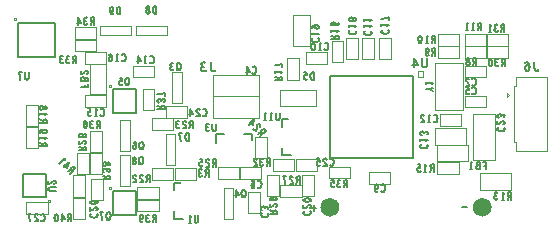
<source format=gbo>
G04 ================== begin FILE IDENTIFICATION RECORD ==================*
G04 Layout Name:  RC-TranponderV12.brd*
G04 Film Name:    Silkscreen_bot*
G04 File Format:  Gerber RS274X*
G04 File Origin:  Cadence Allegro 17.2-S042*
G04 Origin Date:  Fri Apr 26 16:06:40 2019*
G04 *
G04 Layer:  PACKAGE GEOMETRY/SILKSCREEN_BOTTOM*
G04 Layer:  BOARD GEOMETRY/SILKSCREEN_BOTTOM*
G04 Layer:  REF DES/SILKSCREEN_BOTTOM*
G04 *
G04 Offset:    (0.0000 0.0000)*
G04 Mirror:    No*
G04 Mode:      Positive*
G04 Rotation:  0*
G04 FullContactRelief:  No*
G04 UndefLineWidth:     0.1500*
G04 ================== end FILE IDENTIFICATION RECORD ====================*
%FSAX55Y55*MOMM*%
%IR0*IPPOS*OFA0.00000B0.00000*MIA0B0*SFA1.00000B1.00000*%
%ADD10C,.1*%
%ADD11C,.15*%
%ADD12C,.1524*%
G75*
%LPD*%
G75*
G36*
G01X-0001575000Y0000110000D02*
G03X-0001575000Y0000110000I-0000080000J0D01*
G37*
G36*
G01X-0000285000Y0000110000D02*
G03X-0000285000Y0000110000I-0000080000J0D01*
G37*
G54D10*
G01X-0004225000Y0000055000D02*
X-0004045000Y0000055000D01*
X-0004045000Y0000155000D01*
X-0004225000Y0000155000D01*
X-0004225000Y0000055000D01*
G01X-0004255000Y0000395000D02*
X-0004255000Y0000195000D01*
G01X-0004225000Y0000980000D02*
X-0004225000Y0000800000D01*
X-0004125000Y0000800000D01*
X-0004125000Y0000980000D01*
X-0004225000Y0000980000D01*
G01X-0004125000Y0000610010D02*
X-0004125000Y0000789990D01*
X-0004225000Y0000789990D01*
X-0004225000Y0000610010D01*
X-0004125000Y0000610010D01*
G01X-0004310000Y0001695000D02*
X-0004330000Y0001695000D01*
X-0004330000Y0001715000D01*
X-0004310000Y0001715000D01*
X-0004310000Y0001695000D01*
G01X-0003830000Y0000190000D02*
X-0003830000Y0000010000D01*
X-0003730000Y0000010000D01*
X-0003730000Y0000190000D01*
X-0003830000Y0000190000D01*
G01X-0004044000Y0000173000D02*
X-0004044000Y0000156000D01*
X-0004025000Y0000156000D01*
X-0004025000Y0000173000D01*
X-0004044000Y0000173000D01*
G01X-0003795000Y0000570000D02*
X-0003795000Y0000390000D01*
X-0003695000Y0000390000D01*
X-0003695000Y0000570000D01*
X-0003795000Y0000570000D01*
G01X-0003830000Y0000379990D02*
X-0003830000Y0000200010D01*
X-0003730000Y0000200010D01*
X-0003730000Y0000379990D01*
X-0003830000Y0000379990D01*
G01X-0004055000Y0000195000D02*
X-0004055000Y0000395000D01*
G01X-0003730000Y0000960000D02*
X-0003550000Y0000960000D01*
X-0003550000Y0001060000D01*
X-0003730000Y0001060000D01*
X-0003730000Y0000960000D01*
G01X-0003730000Y0001325000D02*
X-0003550000Y0001325000D01*
X-0003550000Y0001425000D01*
X-0003730000Y0001425000D01*
X-0003730000Y0001325000D01*
G01X-0003635000Y0001530000D02*
X-0003815000Y0001530000D01*
X-0003815000Y0001430000D01*
X-0003635000Y0001430000D01*
X-0003635000Y0001530000D01*
G01X-0003635000Y0001635000D02*
X-0003815000Y0001635000D01*
X-0003815000Y0001535000D01*
X-0003635000Y0001535000D01*
X-0003635000Y0001635000D01*
G01X-0003295000Y0000045000D02*
X-0003295000Y0000245000D01*
G01X-0003495000Y0000245000D02*
X-0003495000Y0000045000D01*
G01X-0003585000Y0000390000D02*
X-0003585000Y0000570000D01*
X-0003685000Y0000570000D01*
X-0003685000Y0000390000D01*
X-0003585000Y0000390000D01*
G01X-0003675000Y0000350000D02*
X-0003675000Y0000170000D01*
X-0003575000Y0000170000D01*
X-0003575000Y0000350000D01*
X-0003675000Y0000350000D01*
G01X-0003350000Y0000540000D02*
X-0003350000Y0000290000D01*
X-0003430000Y0000290000D01*
X-0003430000Y0000550000D01*
X-0003350000Y0000550000D01*
X-0003350000Y0000540000D01*
G01X-0003506000Y0000267000D02*
X-0003506000Y0000284000D01*
X-0003525000Y0000284000D01*
X-0003525000Y0000267000D01*
X-0003506000Y0000267000D01*
G01X-0003585000Y0000580000D02*
X-0003585000Y0000760000D01*
X-0003685000Y0000760000D01*
X-0003685000Y0000580000D01*
X-0003585000Y0000580000D01*
G01X-0003350000Y0000840000D02*
X-0003350000Y0000590000D01*
X-0003430000Y0000590000D01*
X-0003430000Y0000850000D01*
X-0003350000Y0000850000D01*
X-0003350000Y0000840000D01*
G01X-0003690000Y0001325000D02*
X-0003690000Y0001065000D01*
X-0003550000Y0001065000D01*
X-0003550000Y0001325000D01*
X-0003690000Y0001325000D01*
G01X-0003295000Y0000910000D02*
X-0003295000Y0001110000D01*
G01X-0003495000Y0001110000D02*
X-0003495000Y0000910000D01*
G01X-0003506000Y0001132000D02*
X-0003506000Y0001149000D01*
X-0003525000Y0001149000D01*
X-0003525000Y0001132000D01*
X-0003506000Y0001132000D01*
G01X-0003350000Y0001565000D02*
X-0003600000Y0001565000D01*
X-0003600000Y0001645000D01*
X-0003340000Y0001645000D01*
X-0003340000Y0001565000D01*
X-0003350000Y0001565000D01*
G01X-0003105000Y0000175000D02*
X-0003285000Y0000175000D01*
X-0003285000Y0000075000D01*
X-0003105000Y0000075000D01*
X-0003105000Y0000175000D01*
G01X-0003285000Y0000180000D02*
X-0003105000Y0000180000D01*
X-0003105000Y0000280000D01*
X-0003285000Y0000280000D01*
X-0003285000Y0000180000D01*
G01X-0003160000Y0000345000D02*
X-0002980000Y0000345000D01*
X-0002980000Y0000445000D01*
X-0003160000Y0000445000D01*
X-0003160000Y0000345000D01*
G01X-0002965000Y0000720000D02*
X-0002965000Y0000470000D01*
X-0003045000Y0000470000D01*
X-0003045000Y0000730000D01*
X-0002965000Y0000730000D01*
X-0002965000Y0000720000D01*
G01X-0002980000Y0000865000D02*
X-0003160000Y0000865000D01*
X-0003160000Y0000765000D01*
X-0002980000Y0000765000D01*
X-0002980000Y0000865000D01*
G01X-0002865000Y0000970000D02*
X-0003045000Y0000970000D01*
X-0003045000Y0000870000D01*
X-0002865000Y0000870000D01*
X-0002865000Y0000970000D01*
G01X-0003140000Y0000930000D02*
X-0003140000Y0001110000D01*
X-0003240000Y0001110000D01*
X-0003240000Y0000930000D01*
X-0003140000Y0000930000D01*
G01X-0003320000Y0001210000D02*
X-0003140000Y0001210000D01*
X-0003140000Y0001310000D01*
X-0003320000Y0001310000D01*
X-0003320000Y0001210000D01*
G01X-0003045000Y0001565000D02*
X-0003295000Y0001565000D01*
X-0003295000Y0001645000D01*
X-0003035000Y0001645000D01*
X-0003035000Y0001565000D01*
X-0003045000Y0001565000D01*
G01X-0002970000Y0000345000D02*
X-0002790000Y0000345000D01*
X-0002790000Y0000445000D01*
X-0002970000Y0000445000D01*
X-0002970000Y0000345000D01*
G01X-0002990000Y0001005000D02*
X-0002990000Y0001255000D01*
X-0002910000Y0001255000D01*
X-0002910000Y0000995000D01*
X-0002990000Y0000995000D01*
X-0002990000Y0001005000D01*
G01X-0002475000Y0000260000D02*
X-0002475000Y0000010000D01*
X-0002555000Y0000010000D01*
X-0002555000Y0000270000D01*
X-0002475000Y0000270000D01*
X-0002475000Y0000260000D01*
G01X-0002235010Y0000450000D02*
X-0002414990Y0000450000D01*
X-0002414990Y0000350000D01*
X-0002235010Y0000350000D01*
X-0002235010Y0000450000D01*
G01X-0002425000Y0000450000D02*
X-0002605000Y0000450000D01*
X-0002605000Y0000350000D01*
X-0002425000Y0000350000D01*
X-0002425000Y0000450000D01*
G01X-0002641680Y0001050000D02*
X-0002251680Y0001050000D01*
X-0002251680Y0001230000D01*
X-0002641680Y0001230000D01*
X-0002641680Y0001050000D01*
G01X-0002641680Y0000870000D02*
X-0002251680Y0000870000D01*
X-0002251680Y0001050000D01*
X-0002641680Y0001050000D01*
X-0002641680Y0000870000D01*
G01X-0002345000Y0000240000D02*
X-0002345000Y0000060000D01*
X-0002245000Y0000060000D01*
X-0002245000Y0000240000D01*
X-0002345000Y0000240000D01*
G01X-0002075000Y0000200000D02*
X-0001895000Y0000200000D01*
X-0001895000Y0000300000D01*
X-0002075000Y0000300000D01*
X-0002075000Y0000200000D01*
G01X-0002085000Y0000205000D02*
X-0002085000Y0000385000D01*
X-0002185000Y0000385000D01*
X-0002185000Y0000205000D01*
X-0002085000Y0000205000D01*
G01X-0001955000Y0000520000D02*
X-0002135000Y0000520000D01*
X-0002135000Y0000420000D01*
X-0001955000Y0000420000D01*
X-0001955000Y0000520000D01*
G01X-0002185000Y0000525000D02*
X-0002185000Y0000705000D01*
X-0002285000Y0000705000D01*
X-0002285000Y0000525000D01*
X-0002185000Y0000525000D01*
G01X-0002020000Y0001370000D02*
X-0002020000Y0001190000D01*
X-0001920000Y0001190000D01*
X-0001920000Y0001370000D01*
X-0002020000Y0001370000D01*
G01X-0001775000Y0001105000D02*
X-0002075000Y0001105000D01*
X-0002075000Y0000965000D01*
X-0001775000Y0000965000D01*
X-0001775000Y0001105000D01*
G01X-0001890000Y0000385000D02*
X-0001890000Y0000205000D01*
X-0001790000Y0000205000D01*
X-0001790000Y0000385000D01*
X-0001890000Y0000385000D01*
G01X-0001945000Y0000420000D02*
X-0001765000Y0000420000D01*
X-0001765000Y0000520000D01*
X-0001945000Y0000520000D01*
X-0001945000Y0000420000D01*
G01X-0001665000Y0000355000D02*
X-0001485000Y0000355000D01*
X-0001485000Y0000455000D01*
X-0001665000Y0000455000D01*
X-0001665000Y0000355000D01*
G01X-0001860000Y0001325000D02*
X-0001680000Y0001325000D01*
X-0001680000Y0001425000D01*
X-0001860000Y0001425000D01*
X-0001860000Y0001325000D01*
G01X-0001965000Y0001735000D02*
X-0001965000Y0001475000D01*
X-0001825000Y0001475000D01*
X-0001825000Y0001735000D01*
X-0001965000Y0001735000D01*
G01X-0001325000Y0000310000D02*
X-0001145000Y0000310000D01*
X-0001145000Y0000410000D01*
X-0001325000Y0000410000D01*
X-0001325000Y0000310000D01*
G01X-0001540000Y0001340000D02*
X-0001540000Y0001520000D01*
X-0001640000Y0001520000D01*
X-0001640000Y0001340000D01*
X-0001540000Y0001340000D01*
G01X-0001520000Y0001545000D02*
X-0001520000Y0001365000D01*
X-0001420000Y0001365000D01*
X-0001420000Y0001545000D01*
X-0001520000Y0001545000D01*
G01X-0001380000Y0001545000D02*
X-0001380000Y0001365000D01*
X-0001280000Y0001365000D01*
X-0001280000Y0001545000D01*
X-0001380000Y0001545000D01*
G01X-0001240000Y0001545000D02*
X-0001240000Y0001365000D01*
X-0001140000Y0001365000D01*
X-0001140000Y0001545000D01*
X-0001240000Y0001545000D01*
G01X-0000565010Y0000490000D02*
X-0000744990Y0000490000D01*
X-0000744990Y0000390000D01*
X-0000565010Y0000390000D01*
X-0000565010Y0000490000D01*
G01X-0000485000Y0000640000D02*
X-0000745000Y0000640000D01*
X-0000745000Y0000500000D01*
X-0000485000Y0000500000D01*
X-0000485000Y0000640000D01*
G01X-0000545000Y0000900000D02*
X-0000725000Y0000900000D01*
X-0000725000Y0000800000D01*
X-0000545000Y0000800000D01*
X-0000545000Y0000900000D01*
G01X-0000505000Y0000780000D02*
X-0000765000Y0000780000D01*
X-0000765000Y0000640000D01*
X-0000505000Y0000640000D01*
X-0000505000Y0000780000D01*
G01X-0000525000Y0000930000D02*
X-0000525000Y0001330000D01*
X-0000765000Y0001330000D01*
X-0000765000Y0000930000D01*
X-0000525000Y0000930000D01*
G01X-0000865000Y0001215000D02*
X-0000905000Y0001215000D01*
X-0000905000Y0001265000D01*
X-0000865000Y0001265000D01*
X-0000865000Y0001215000D01*
G01X-0000560000Y0001475000D02*
X-0000740000Y0001475000D01*
X-0000740000Y0001375000D01*
X-0000560000Y0001375000D01*
X-0000560000Y0001475000D01*
G01X-0000740000Y0001475000D02*
X-0000560000Y0001475000D01*
X-0000560000Y0001575000D01*
X-0000740000Y0001575000D01*
X-0000740000Y0001475000D01*
G01X-0000120000Y0000400000D02*
X-0000380000Y0000400000D01*
X-0000380000Y0000260000D01*
X-0000120000Y0000260000D01*
X-0000120000Y0000400000D01*
G01X-0000440000Y0000901680D02*
X-0000440000Y0000511680D01*
X-0000260000Y0000511680D01*
X-0000260000Y0000901680D01*
X-0000440000Y0000901680D01*
G01X-0000510000Y0000955000D02*
X-0000330000Y0000955000D01*
X-0000330000Y0001055000D01*
X-0000510000Y0001055000D01*
X-0000510000Y0000955000D01*
G01X-0000515000Y0001210000D02*
X-0000335000Y0001210000D01*
X-0000335000Y0001310000D01*
X-0000515000Y0001310000D01*
X-0000515000Y0001210000D01*
G01X-0000335000Y0001475000D02*
X-0000515000Y0001475000D01*
X-0000515000Y0001375000D01*
X-0000335000Y0001375000D01*
X-0000335000Y0001475000D01*
G01X-0000515000Y0001475000D02*
X-0000335000Y0001475000D01*
X-0000335000Y0001575000D01*
X-0000515000Y0001575000D01*
X-0000515000Y0001475000D01*
G01X-0000145000Y0001475000D02*
X-0000325000Y0001475000D01*
X-0000325000Y0001375000D01*
X-0000145000Y0001375000D01*
X-0000145000Y0001475000D01*
G01X-0000325000Y0001475000D02*
X-0000145000Y0001475000D01*
X-0000145000Y0001575000D01*
X-0000325000Y0001575000D01*
X-0000325000Y0001475000D01*
G01X0000181000Y0001210000D02*
X0000181000Y0000590000D01*
X-0000076000Y0000590000D01*
X-0000076000Y0000660000D01*
X-0000096000Y0000660000D01*
X-0000096000Y0001140000D01*
X-0000076000Y0001140000D01*
X-0000076000Y0001210000D01*
X0000181000Y0001210000D01*
G01X-0000154000Y0001075000D02*
X-0000154000Y0001042000D01*
X-0000139000Y0001057000D01*
X-0000139000Y0001060000D01*
X-0000154000Y0001075000D01*
G54D11*
G01X-0001775560Y0000102330D02*
X-0001814160Y0000102330D01*
G01X-0001793250Y0000129850D02*
X-0001793250Y0000074810D01*
G01X-0000497340Y0000112330D02*
X-0000539160Y0000112330D01*
G01X-0004100220Y0000048210D02*
X-0004096160Y0000051380D01*
X-0004091420Y0000053500D01*
X-0004086000Y0000053500D01*
X-0004079900Y0000050320D01*
X-0004075160Y0000045030D01*
X-0004071770Y0000038680D01*
X-0004069060Y0000028100D01*
X-0004068390Y0000018570D01*
X-0004069740Y0000009050D01*
X-0004071770Y0000002700D01*
X-0004075840Y-0000003650D01*
X-0004080580Y-0000007880D01*
X-0004085320Y-0000010000D01*
X-0004090060Y-0000010000D01*
X-0004094800Y-0000007880D01*
X-0004098870Y-0000004710D01*
X-0004102250Y-0000000480D01*
G01X-0004128330Y0000042920D02*
X-0004132390Y0000049270D01*
X-0004137140Y0000052440D01*
X-0004142550Y0000053500D01*
X-0004149330Y0000051380D01*
X-0004154070Y0000046090D01*
X-0004155420Y0000039740D01*
X-0004154750Y0000033390D01*
X-0004152040Y0000028100D01*
X-0004138490Y0000017520D01*
X-0004132390Y0000010110D01*
X-0004128330Y-0000000480D01*
X-0004126980Y-0000010000D01*
X-0004155420Y-0000010000D01*
G01X-0004195730Y-0000010000D02*
X-0004197080Y0000003760D01*
X-0004199110Y0000015400D01*
X-0004201820Y0000025980D01*
X-0004205210Y0000037620D01*
X-0004210630Y0000053500D01*
X-0004183530Y0000053500D01*
G01X-0004255000Y0000195000D02*
X-0004055000Y0000195000D01*
X-0004055000Y0000395000D01*
X-0004255000Y0000395000D01*
X-0004255000Y0000195000D01*
G01X-0004115000Y0000826770D02*
X-0004051500Y0000826770D01*
X-0004051500Y0000843710D01*
X-0004054680Y0000849130D01*
X-0004058910Y0000852510D01*
X-0004067380Y0000853870D01*
X-0004075840Y0000852510D01*
X-0004081130Y0000848450D01*
X-0004084310Y0000843710D01*
X-0004084310Y0000826770D01*
G01X-0004084310Y0000843710D02*
X-0004115000Y0000853870D01*
G01X-0004115000Y0000896200D02*
X-0004051500Y0000896200D01*
X-0004064200Y0000888070D01*
G01X-0004115000Y0000888070D02*
X-0004115000Y0000904330D01*
G01X-0004115000Y0000952080D02*
X-0004113940Y0000956820D01*
X-0004110770Y0000962240D01*
X-0004105480Y0000965630D01*
X-0004098070Y0000966980D01*
X-0004090660Y0000965630D01*
X-0004084310Y0000961560D01*
X-0004081130Y0000955470D01*
X-0004081130Y0000948690D01*
X-0004079020Y0000944630D01*
X-0004073730Y0000941240D01*
X-0004066320Y0000939890D01*
X-0004058910Y0000941920D01*
X-0004053620Y0000946660D01*
X-0004051500Y0000952080D01*
X-0004053620Y0000957500D01*
X-0004058910Y0000962240D01*
X-0004066320Y0000964270D01*
X-0004073730Y0000962920D01*
X-0004079020Y0000959530D01*
X-0004081130Y0000955470D01*
X-0004081130Y0000948690D01*
X-0004084310Y0000942600D01*
X-0004090660Y0000938530D01*
X-0004098070Y0000937180D01*
X-0004105480Y0000938530D01*
X-0004110770Y0000941920D01*
X-0004113940Y0000947340D01*
X-0004115000Y0000952080D01*
G01X-0004115000Y0000626770D02*
X-0004051500Y0000626770D01*
X-0004051500Y0000643710D01*
X-0004054680Y0000649130D01*
X-0004058910Y0000652510D01*
X-0004067380Y0000653870D01*
X-0004075840Y0000652510D01*
X-0004081130Y0000648450D01*
X-0004084310Y0000643710D01*
X-0004084310Y0000626770D01*
G01X-0004084310Y0000643710D02*
X-0004115000Y0000653870D01*
G01X-0004115000Y0000696200D02*
X-0004051500Y0000696200D01*
X-0004064200Y0000688070D01*
G01X-0004115000Y0000688070D02*
X-0004115000Y0000704330D01*
G01X-0004107590Y0000740560D02*
X-0004112880Y0000745310D01*
X-0004115000Y0000750730D01*
X-0004112880Y0000756140D01*
X-0004106540Y0000760890D01*
X-0004097010Y0000764270D01*
X-0004087480Y0000765630D01*
X-0004075840Y0000765630D01*
X-0004066320Y0000764270D01*
X-0004057850Y0000760890D01*
X-0004053620Y0000756820D01*
X-0004051500Y0000752080D01*
X-0004053620Y0000746660D01*
X-0004057850Y0000742600D01*
X-0004064200Y0000739890D01*
X-0004072670Y0000738530D01*
X-0004080070Y0000739890D01*
X-0004087480Y0000743270D01*
X-0004091720Y0000747340D01*
X-0004092780Y0000752080D01*
X-0004090660Y0000757500D01*
X-0004085370Y0000761560D01*
X-0004075840Y0000765630D01*
G01X-0004205420Y0001253500D02*
X-0004205420Y0001207990D01*
X-0004208130Y0001198460D01*
X-0004213550Y0001192120D01*
X-0004220320Y0001190000D01*
X-0004227090Y0001192120D01*
X-0004232510Y0001198460D01*
X-0004235220Y0001207990D01*
X-0004235220Y0001253500D01*
G01X-0004274850Y0001190000D02*
X-0004276200Y0001203760D01*
X-0004278230Y0001215400D01*
X-0004280940Y0001225980D01*
X-0004284330Y0001237620D01*
X-0004289750Y0001253500D01*
X-0004262650Y0001253500D01*
G01X-0003982500Y0001670000D02*
X-0003982500Y0001380000D01*
X-0004297500Y0001380000D01*
X-0004297500Y0001670000D01*
X-0003982500Y0001670000D01*
G01X-0003846770Y-0000010000D02*
X-0003846770Y0000053500D01*
X-0003863710Y0000053500D01*
X-0003869130Y0000050320D01*
X-0003872510Y0000046090D01*
X-0003873870Y0000037620D01*
X-0003872510Y0000029160D01*
X-0003868450Y0000023870D01*
X-0003863710Y0000020690D01*
X-0003846770Y0000020690D01*
G01X-0003863710Y0000020690D02*
X-0003873870Y-0000010000D01*
G01X-0003924330Y-0000010000D02*
X-0003924330Y0000053500D01*
X-0003899270Y0000007990D01*
X-0003933130Y0000007990D01*
G01X-0003972080Y0000053500D02*
X-0003966660Y0000051380D01*
X-0003962600Y0000046090D01*
X-0003959890Y0000039740D01*
X-0003957860Y0000031270D01*
X-0003957180Y0000021750D01*
X-0003957860Y0000012220D01*
X-0003959890Y0000003760D01*
X-0003962600Y-0000002590D01*
X-0003966660Y-0000007880D01*
X-0003972080Y-0000010000D01*
X-0003977500Y-0000007880D01*
X-0003981560Y-0000002590D01*
X-0003984270Y0000003760D01*
X-0003986300Y0000012220D01*
X-0003986980Y0000021750D01*
X-0003986300Y0000031270D01*
X-0003984270Y0000039740D01*
X-0003981560Y0000046090D01*
X-0003977500Y0000051380D01*
X-0003972080Y0000053500D01*
G01X-0003854790Y0000394790D02*
X-0003809890Y0000439690D01*
X-0003821860Y0000451660D01*
X-0003827940Y0000453250D01*
X-0003833330Y0000452650D01*
X-0003840270Y0000447620D01*
X-0003845300Y0000440680D01*
X-0003846170Y0000434060D01*
X-0003845060Y0000428460D01*
X-0003833090Y0000416490D01*
G01X-0003845060Y0000428460D02*
X-0003873950Y0000413950D01*
G01X-0003909630Y0000449630D02*
X-0003864720Y0000494530D01*
X-0003879180Y0000444630D01*
X-0003903130Y0000468570D01*
G01X-0003943390Y0000483390D02*
X-0003898490Y0000528290D01*
X-0003901720Y0000513560D01*
G01X-0003937640Y0000477640D02*
X-0003949130Y0000489130D01*
G01X-0003976500Y0000250410D02*
X-0004022010Y0000250410D01*
X-0004031540Y0000253120D01*
X-0004037880Y0000258530D01*
X-0004040000Y0000265300D01*
X-0004037880Y0000272070D01*
X-0004031540Y0000277480D01*
X-0004022010Y0000280190D01*
X-0003976500Y0000280190D01*
G01X-0003987080Y0000308240D02*
X-0003980730Y0000312300D01*
X-0003977560Y0000317040D01*
X-0003976500Y0000322450D01*
X-0003978620Y0000329220D01*
X-0003983910Y0000333960D01*
X-0003990260Y0000335310D01*
X-0003996610Y0000334630D01*
X-0004001900Y0000331930D01*
X-0004012480Y0000318390D01*
X-0004019890Y0000312300D01*
X-0004030480Y0000308240D01*
X-0004040000Y0000306890D01*
X-0004040000Y0000335310D01*
G01X-0003780000Y0000591770D02*
X-0003716500Y0000591770D01*
X-0003716500Y0000608710D01*
X-0003719680Y0000614130D01*
X-0003723910Y0000617510D01*
X-0003732380Y0000618870D01*
X-0003740840Y0000617510D01*
X-0003746130Y0000613450D01*
X-0003749310Y0000608710D01*
X-0003749310Y0000591770D01*
G01X-0003749310Y0000608710D02*
X-0003780000Y0000618870D01*
G01X-0003727080Y0000648330D02*
X-0003720730Y0000652390D01*
X-0003717560Y0000657140D01*
X-0003716500Y0000662550D01*
X-0003718620Y0000669330D01*
X-0003723910Y0000674070D01*
X-0003730260Y0000675420D01*
X-0003736610Y0000674750D01*
X-0003741900Y0000672040D01*
X-0003752480Y0000658490D01*
X-0003759890Y0000652390D01*
X-0003770480Y0000648330D01*
X-0003780000Y0000646980D01*
X-0003780000Y0000675420D01*
G01X-0003780000Y0000717080D02*
X-0003778940Y0000721820D01*
X-0003775770Y0000727240D01*
X-0003770480Y0000730630D01*
X-0003763070Y0000731980D01*
X-0003755660Y0000730630D01*
X-0003749310Y0000726560D01*
X-0003746130Y0000720470D01*
X-0003746130Y0000713690D01*
X-0003744020Y0000709630D01*
X-0003738730Y0000706240D01*
X-0003731320Y0000704890D01*
X-0003723910Y0000706920D01*
X-0003718620Y0000711660D01*
X-0003716500Y0000717080D01*
X-0003718620Y0000722500D01*
X-0003723910Y0000727240D01*
X-0003731320Y0000729270D01*
X-0003738730Y0000727920D01*
X-0003744020Y0000724530D01*
X-0003746130Y0000720470D01*
X-0003746130Y0000713690D01*
X-0003749310Y0000707600D01*
X-0003755660Y0000703530D01*
X-0003763070Y0000702180D01*
X-0003770480Y0000703530D01*
X-0003775770Y0000706920D01*
X-0003778940Y0000712340D01*
X-0003780000Y0000717080D01*
G01X-0003601770Y0000780000D02*
X-0003601770Y0000843500D01*
X-0003618710Y0000843500D01*
X-0003624130Y0000840320D01*
X-0003627510Y0000836090D01*
X-0003628870Y0000827620D01*
X-0003627510Y0000819160D01*
X-0003623450Y0000813870D01*
X-0003618710Y0000810690D01*
X-0003601770Y0000810690D01*
G01X-0003618710Y0000810690D02*
X-0003628870Y0000780000D01*
G01X-0003656300Y0000792700D02*
X-0003660360Y0000785290D01*
X-0003665780Y0000781060D01*
X-0003671880Y0000780000D01*
X-0003677300Y0000781060D01*
X-0003682720Y0000786350D01*
X-0003686100Y0000792700D01*
X-0003686780Y0000799050D01*
X-0003685420Y0000806460D01*
X-0003680680Y0000811750D01*
X-0003675940Y0000813870D01*
X-0003669850Y0000813870D01*
G01X-0003675940Y0000813870D02*
X-0003680010Y0000817040D01*
X-0003683390Y0000822330D01*
X-0003684750Y0000828680D01*
X-0003683390Y0000835030D01*
X-0003680010Y0000840320D01*
X-0003673910Y0000843500D01*
X-0003667810Y0000842440D01*
X-0003661720Y0000838210D01*
G01X-0003714210Y0000806460D02*
X-0003718950Y0000813870D01*
X-0003723020Y0000818100D01*
X-0003728430Y0000820220D01*
X-0003733180Y0000818100D01*
X-0003736560Y0000813870D01*
X-0003739270Y0000807520D01*
X-0003739950Y0000800110D01*
X-0003739270Y0000793760D01*
X-0003736560Y0000787410D01*
X-0003732500Y0000782120D01*
X-0003727760Y0000780000D01*
X-0003722340Y0000782120D01*
X-0003717600Y0000788460D01*
X-0003714890Y0000797990D01*
X-0003714210Y0000808570D01*
X-0003715560Y0000822330D01*
X-0003717600Y0000829740D01*
X-0003720980Y0000837150D01*
X-0003725730Y0000842440D01*
X-0003730470Y0000843500D01*
X-0003735210Y0000841380D01*
X-0003738600Y0000836090D01*
G01X-0003765000Y0001127450D02*
X-0003701500Y0001127450D01*
X-0003701500Y0001153190D01*
G01X-0003732190Y0001143710D02*
X-0003732190Y0001127450D01*
G01X-0003731130Y0001201620D02*
X-0003727960Y0001204330D01*
X-0003722670Y0001206360D01*
X-0003715260Y0001207720D01*
X-0003708910Y0001206360D01*
X-0003704680Y0001203650D01*
X-0003701500Y0001198910D01*
X-0003701500Y0001180620D01*
X-0003765000Y0001180620D01*
X-0003765000Y0001202970D01*
X-0003760770Y0001207720D01*
X-0003754420Y0001210420D01*
X-0003747010Y0001211780D01*
X-0003739600Y0001210420D01*
X-0003733250Y0001206360D01*
X-0003731130Y0001201620D01*
X-0003731130Y0001180620D01*
G01X-0003712080Y0001239210D02*
X-0003705730Y0001243270D01*
X-0003702560Y0001248020D01*
X-0003701500Y0001253430D01*
X-0003703620Y0001260210D01*
X-0003708910Y0001264950D01*
X-0003715260Y0001266300D01*
X-0003721610Y0001265630D01*
X-0003726900Y0001262920D01*
X-0003737480Y0001249370D01*
X-0003744890Y0001243270D01*
X-0003755480Y0001239210D01*
X-0003765000Y0001237860D01*
X-0003765000Y0001266300D01*
G01X-0003801770Y0001330000D02*
X-0003801770Y0001393500D01*
X-0003818710Y0001393500D01*
X-0003824130Y0001390320D01*
X-0003827510Y0001386090D01*
X-0003828870Y0001377620D01*
X-0003827510Y0001369160D01*
X-0003823450Y0001363870D01*
X-0003818710Y0001360690D01*
X-0003801770Y0001360690D01*
G01X-0003818710Y0001360690D02*
X-0003828870Y0001330000D01*
G01X-0003856300Y0001342700D02*
X-0003860360Y0001335290D01*
X-0003865780Y0001331060D01*
X-0003871880Y0001330000D01*
X-0003877300Y0001331060D01*
X-0003882720Y0001336350D01*
X-0003886100Y0001342700D01*
X-0003886780Y0001349050D01*
X-0003885420Y0001356460D01*
X-0003880680Y0001361750D01*
X-0003875940Y0001363870D01*
X-0003869850Y0001363870D01*
G01X-0003875940Y0001363870D02*
X-0003880010Y0001367040D01*
X-0003883390Y0001372330D01*
X-0003884750Y0001378680D01*
X-0003883390Y0001385030D01*
X-0003880010Y0001390320D01*
X-0003873910Y0001393500D01*
X-0003867810Y0001392440D01*
X-0003861720Y0001388210D01*
G01X-0003912180Y0001342700D02*
X-0003916240Y0001335290D01*
X-0003921660Y0001331060D01*
X-0003927760Y0001330000D01*
X-0003933180Y0001331060D01*
X-0003938600Y0001336350D01*
X-0003941980Y0001342700D01*
X-0003942660Y0001349050D01*
X-0003941300Y0001356460D01*
X-0003936560Y0001361750D01*
X-0003931820Y0001363870D01*
X-0003925730Y0001363870D01*
G01X-0003931820Y0001363870D02*
X-0003935890Y0001367040D01*
X-0003939270Y0001372330D01*
X-0003940630Y0001378680D01*
X-0003939270Y0001385030D01*
X-0003935890Y0001390320D01*
X-0003929790Y0001393500D01*
X-0003923690Y0001392440D01*
X-0003917600Y0001388210D01*
G01X-0003651770Y0001655000D02*
X-0003651770Y0001718500D01*
X-0003668710Y0001718500D01*
X-0003674130Y0001715320D01*
X-0003677510Y0001711090D01*
X-0003678870Y0001702620D01*
X-0003677510Y0001694160D01*
X-0003673450Y0001688870D01*
X-0003668710Y0001685690D01*
X-0003651770Y0001685690D01*
G01X-0003668710Y0001685690D02*
X-0003678870Y0001655000D01*
G01X-0003706300Y0001667700D02*
X-0003710360Y0001660290D01*
X-0003715780Y0001656060D01*
X-0003721880Y0001655000D01*
X-0003727300Y0001656060D01*
X-0003732720Y0001661350D01*
X-0003736100Y0001667700D01*
X-0003736780Y0001674050D01*
X-0003735420Y0001681460D01*
X-0003730680Y0001686750D01*
X-0003725940Y0001688870D01*
X-0003719850Y0001688870D01*
G01X-0003725940Y0001688870D02*
X-0003730010Y0001692040D01*
X-0003733390Y0001697330D01*
X-0003734750Y0001703680D01*
X-0003733390Y0001710030D01*
X-0003730010Y0001715320D01*
X-0003723910Y0001718500D01*
X-0003717810Y0001717440D01*
X-0003711720Y0001713210D01*
G01X-0003785210Y0001655000D02*
X-0003785210Y0001718500D01*
X-0003760150Y0001672990D01*
X-0003794010Y0001672990D01*
G01X-0003626790Y0000055220D02*
X-0003623620Y0000051160D01*
X-0003621500Y0000046420D01*
X-0003621500Y0000041000D01*
X-0003624680Y0000034900D01*
X-0003629970Y0000030160D01*
X-0003636320Y0000026770D01*
X-0003646900Y0000024060D01*
X-0003656430Y0000023390D01*
X-0003665950Y0000024740D01*
X-0003672300Y0000026770D01*
X-0003678650Y0000030840D01*
X-0003682880Y0000035580D01*
X-0003685000Y0000040320D01*
X-0003685000Y0000045060D01*
X-0003682880Y0000049800D01*
X-0003679710Y0000053870D01*
X-0003675480Y0000057250D01*
G01X-0003632080Y0000083330D02*
X-0003625730Y0000087390D01*
X-0003622560Y0000092140D01*
X-0003621500Y0000097550D01*
X-0003623620Y0000104330D01*
X-0003628910Y0000109070D01*
X-0003635260Y0000110420D01*
X-0003641610Y0000109750D01*
X-0003646900Y0000107040D01*
X-0003657480Y0000093490D01*
X-0003664890Y0000087390D01*
X-0003675480Y0000083330D01*
X-0003685000Y0000081980D01*
X-0003685000Y0000110420D01*
G01X-0003658540Y0000139210D02*
X-0003651130Y0000143950D01*
X-0003646900Y0000148020D01*
X-0003644780Y0000153430D01*
X-0003646900Y0000158180D01*
X-0003651130Y0000161560D01*
X-0003657480Y0000164270D01*
X-0003664890Y0000164950D01*
X-0003671240Y0000164270D01*
X-0003677590Y0000161560D01*
X-0003682880Y0000157500D01*
X-0003685000Y0000152760D01*
X-0003682880Y0000147340D01*
X-0003676540Y0000142600D01*
X-0003667010Y0000139890D01*
X-0003656430Y0000139210D01*
X-0003642670Y0000140560D01*
X-0003635260Y0000142600D01*
X-0003627850Y0000145980D01*
X-0003622560Y0000150730D01*
X-0003621500Y0000155470D01*
X-0003623620Y0000160210D01*
X-0003628910Y0000163600D01*
G01X-0003530300Y0000005000D02*
X-0003524890Y0000006060D01*
X-0003520150Y0000010290D01*
X-0003516090Y0000016640D01*
X-0003513380Y0000024050D01*
X-0003512030Y0000032520D01*
X-0003512030Y0000040980D01*
X-0003513380Y0000049450D01*
X-0003516090Y0000056860D01*
X-0003520150Y0000063210D01*
X-0003524890Y0000067440D01*
X-0003530300Y0000068500D01*
X-0003535710Y0000067440D01*
X-0003540450Y0000063210D01*
X-0003544510Y0000056860D01*
X-0003547220Y0000049450D01*
X-0003548570Y0000040980D01*
X-0003548570Y0000032520D01*
X-0003547220Y0000024050D01*
X-0003544510Y0000016640D01*
X-0003540450Y0000010290D01*
X-0003535710Y0000006060D01*
X-0003530300Y0000005000D01*
G01X-0003535710Y0000021930D02*
X-0003543830Y0000005000D01*
G01X-0003584750Y0000005000D02*
X-0003586100Y0000018760D01*
X-0003588130Y0000030400D01*
X-0003590840Y0000040980D01*
X-0003594220Y0000052620D01*
X-0003599630Y0000068500D01*
X-0003572570Y0000068500D01*
G01X-0003295000Y0000245000D02*
X-0003495000Y0000245000D01*
X-0003495000Y0000045000D01*
X-0003295000Y0000045000D01*
X-0003295000Y0000245000D01*
G01X-0003580000Y0000351770D02*
X-0003516500Y0000351770D01*
X-0003516500Y0000368710D01*
X-0003519680Y0000374130D01*
X-0003523910Y0000377510D01*
X-0003532380Y0000378870D01*
X-0003540840Y0000377510D01*
X-0003546130Y0000373450D01*
X-0003549310Y0000368710D01*
X-0003549310Y0000351770D01*
G01X-0003549310Y0000368710D02*
X-0003580000Y0000378870D01*
G01X-0003567300Y0000406300D02*
X-0003574710Y0000410360D01*
X-0003578940Y0000415780D01*
X-0003580000Y0000421880D01*
X-0003578940Y0000427300D01*
X-0003573650Y0000432720D01*
X-0003567300Y0000436100D01*
X-0003560950Y0000436780D01*
X-0003553540Y0000435420D01*
X-0003548250Y0000430680D01*
X-0003546130Y0000425940D01*
X-0003546130Y0000419850D01*
G01X-0003546130Y0000425940D02*
X-0003542960Y0000430010D01*
X-0003537670Y0000433390D01*
X-0003531320Y0000434750D01*
X-0003524970Y0000433390D01*
X-0003519680Y0000430010D01*
X-0003516500Y0000423910D01*
X-0003517560Y0000417810D01*
X-0003521790Y0000411720D01*
G01X-0003580000Y0000477080D02*
X-0003578940Y0000481820D01*
X-0003575770Y0000487240D01*
X-0003570480Y0000490630D01*
X-0003563070Y0000491980D01*
X-0003555660Y0000490630D01*
X-0003549310Y0000486560D01*
X-0003546130Y0000480470D01*
X-0003546130Y0000473690D01*
X-0003544020Y0000469630D01*
X-0003538730Y0000466240D01*
X-0003531320Y0000464890D01*
X-0003523910Y0000466920D01*
X-0003518620Y0000471660D01*
X-0003516500Y0000477080D01*
X-0003518620Y0000482500D01*
X-0003523910Y0000487240D01*
X-0003531320Y0000489270D01*
X-0003538730Y0000487920D01*
X-0003544020Y0000484530D01*
X-0003546130Y0000480470D01*
X-0003546130Y0000473690D01*
X-0003549310Y0000467600D01*
X-0003555660Y0000463530D01*
X-0003563070Y0000462180D01*
X-0003570480Y0000463530D01*
X-0003575770Y0000466920D01*
X-0003578940Y0000472340D01*
X-0003580000Y0000477080D01*
G01X-0003595220Y0000943210D02*
X-0003591160Y0000946380D01*
X-0003586420Y0000948500D01*
X-0003581000Y0000948500D01*
X-0003574900Y0000945320D01*
X-0003570160Y0000940030D01*
X-0003566770Y0000933680D01*
X-0003564060Y0000923100D01*
X-0003563390Y0000913570D01*
X-0003564740Y0000904050D01*
X-0003566770Y0000897700D01*
X-0003570840Y0000891350D01*
X-0003575580Y0000887120D01*
X-0003580320Y0000885000D01*
X-0003585060Y0000885000D01*
X-0003589800Y0000887120D01*
X-0003593870Y0000890290D01*
X-0003597250Y0000894520D01*
G01X-0003636200Y0000885000D02*
X-0003636200Y0000948500D01*
X-0003628070Y0000935800D01*
G01X-0003628070Y0000885000D02*
X-0003644330Y0000885000D01*
G01X-0003677180Y0000894520D02*
X-0003681240Y0000889230D01*
X-0003685980Y0000886060D01*
X-0003692080Y0000885000D01*
X-0003698180Y0000887120D01*
X-0003702920Y0000891350D01*
X-0003706300Y0000898760D01*
X-0003706980Y0000907220D01*
X-0003705630Y0000915690D01*
X-0003702240Y0000920980D01*
X-0003697500Y0000925220D01*
X-0003692760Y0000926270D01*
X-0003688020Y0000925220D01*
X-0003681920Y0000920980D01*
X-0003683950Y0000948500D01*
X-0003702240Y0000948500D01*
G01X-0003370300Y0001145000D02*
X-0003364890Y0001146060D01*
X-0003360150Y0001150290D01*
X-0003356090Y0001156640D01*
X-0003353380Y0001164050D01*
X-0003352030Y0001172520D01*
X-0003352030Y0001180980D01*
X-0003353380Y0001189450D01*
X-0003356090Y0001196860D01*
X-0003360150Y0001203210D01*
X-0003364890Y0001207440D01*
X-0003370300Y0001208500D01*
X-0003375710Y0001207440D01*
X-0003380450Y0001203210D01*
X-0003384510Y0001196860D01*
X-0003387220Y0001189450D01*
X-0003388570Y0001180980D01*
X-0003388570Y0001172520D01*
X-0003387220Y0001164050D01*
X-0003384510Y0001156640D01*
X-0003380450Y0001150290D01*
X-0003375710Y0001146060D01*
X-0003370300Y0001145000D01*
G01X-0003375710Y0001161930D02*
X-0003383830Y0001145000D01*
G01X-0003411210Y0001154520D02*
X-0003415270Y0001149230D01*
X-0003420010Y0001146060D01*
X-0003426100Y0001145000D01*
X-0003432190Y0001147120D01*
X-0003436930Y0001151350D01*
X-0003440310Y0001158760D01*
X-0003440990Y0001167220D01*
X-0003439630Y0001175690D01*
X-0003436250Y0001180980D01*
X-0003431510Y0001185220D01*
X-0003426780Y0001186270D01*
X-0003422040Y0001185220D01*
X-0003415950Y0001180980D01*
X-0003417980Y0001208500D01*
X-0003436250Y0001208500D01*
G01X-0003295000Y0001110000D02*
X-0003495000Y0001110000D01*
X-0003495000Y0000910000D01*
X-0003295000Y0000910000D01*
X-0003295000Y0001110000D01*
G01X-0003415220Y0001403210D02*
X-0003411160Y0001406380D01*
X-0003406420Y0001408500D01*
X-0003401000Y0001408500D01*
X-0003394900Y0001405320D01*
X-0003390160Y0001400030D01*
X-0003386770Y0001393680D01*
X-0003384060Y0001383100D01*
X-0003383390Y0001373570D01*
X-0003384740Y0001364050D01*
X-0003386770Y0001357700D01*
X-0003390840Y0001351350D01*
X-0003395580Y0001347120D01*
X-0003400320Y0001345000D01*
X-0003405060Y0001345000D01*
X-0003409800Y0001347120D01*
X-0003413870Y0001350290D01*
X-0003417250Y0001354520D01*
G01X-0003456200Y0001345000D02*
X-0003456200Y0001408500D01*
X-0003448070Y0001395800D01*
G01X-0003448070Y0001345000D02*
X-0003464330Y0001345000D01*
G01X-0003499210Y0001371460D02*
X-0003503950Y0001378870D01*
X-0003508020Y0001383100D01*
X-0003513430Y0001385220D01*
X-0003518180Y0001383100D01*
X-0003521560Y0001378870D01*
X-0003524270Y0001372520D01*
X-0003524950Y0001365110D01*
X-0003524270Y0001358760D01*
X-0003521560Y0001352410D01*
X-0003517500Y0001347120D01*
X-0003512760Y0001345000D01*
X-0003507340Y0001347120D01*
X-0003502600Y0001353460D01*
X-0003499890Y0001362990D01*
X-0003499210Y0001373570D01*
X-0003500560Y0001387330D01*
X-0003502600Y0001394740D01*
X-0003505980Y0001402150D01*
X-0003510730Y0001407440D01*
X-0003515470Y0001408500D01*
X-0003520210Y0001406380D01*
X-0003523600Y0001401090D01*
G01X-0003430420Y0001745000D02*
X-0003430420Y0001808500D01*
X-0003443970Y0001808500D01*
X-0003449380Y0001805320D01*
X-0003453450Y0001801090D01*
X-0003456840Y0001794740D01*
X-0003459540Y0001787330D01*
X-0003460220Y0001776750D01*
X-0003459540Y0001766170D01*
X-0003456840Y0001758760D01*
X-0003453450Y0001752410D01*
X-0003449380Y0001748170D01*
X-0003443970Y0001745000D01*
X-0003430420Y0001745000D01*
G01X-0003489680Y0001752410D02*
X-0003494430Y0001747120D01*
X-0003499850Y0001745000D01*
X-0003505260Y0001747120D01*
X-0003510010Y0001753460D01*
X-0003513390Y0001762990D01*
X-0003514750Y0001772520D01*
X-0003514750Y0001784160D01*
X-0003513390Y0001793680D01*
X-0003510010Y0001802150D01*
X-0003505940Y0001806380D01*
X-0003501200Y0001808500D01*
X-0003495780Y0001806380D01*
X-0003491720Y0001802150D01*
X-0003489010Y0001795800D01*
X-0003487650Y0001787330D01*
X-0003489010Y0001779930D01*
X-0003492390Y0001772520D01*
X-0003496460Y0001768280D01*
X-0003501200Y0001767220D01*
X-0003506620Y0001769340D01*
X-0003510680Y0001774630D01*
X-0003514750Y0001784160D01*
G01X-0003126770Y-0000015000D02*
X-0003126770Y0000048500D01*
X-0003143710Y0000048500D01*
X-0003149130Y0000045320D01*
X-0003152510Y0000041090D01*
X-0003153870Y0000032620D01*
X-0003152510Y0000024160D01*
X-0003148450Y0000018870D01*
X-0003143710Y0000015690D01*
X-0003126770Y0000015690D01*
G01X-0003143710Y0000015690D02*
X-0003153870Y-0000015000D01*
G01X-0003181300Y-0000002300D02*
X-0003185360Y-0000009710D01*
X-0003190780Y-0000013940D01*
X-0003196880Y-0000015000D01*
X-0003202300Y-0000013940D01*
X-0003207720Y-0000008650D01*
X-0003211100Y-0000002300D01*
X-0003211780Y0000004050D01*
X-0003210420Y0000011460D01*
X-0003205680Y0000016750D01*
X-0003200940Y0000018870D01*
X-0003194850Y0000018870D01*
G01X-0003200940Y0000018870D02*
X-0003205010Y0000022040D01*
X-0003208390Y0000027330D01*
X-0003209750Y0000033680D01*
X-0003208390Y0000040030D01*
X-0003205010Y0000045320D01*
X-0003198910Y0000048500D01*
X-0003192810Y0000047440D01*
X-0003186720Y0000043210D01*
G01X-0003240560Y-0000007590D02*
X-0003245310Y-0000012880D01*
X-0003250730Y-0000015000D01*
X-0003256140Y-0000012880D01*
X-0003260890Y-0000006540D01*
X-0003264270Y0000002990D01*
X-0003265630Y0000012520D01*
X-0003265630Y0000024160D01*
X-0003264270Y0000033680D01*
X-0003260890Y0000042150D01*
X-0003256820Y0000046380D01*
X-0003252080Y0000048500D01*
X-0003246660Y0000046380D01*
X-0003242600Y0000042150D01*
X-0003239890Y0000035800D01*
X-0003238530Y0000027330D01*
X-0003239890Y0000019930D01*
X-0003243270Y0000012520D01*
X-0003247340Y0000008280D01*
X-0003252080Y0000007220D01*
X-0003257500Y0000009340D01*
X-0003261560Y0000014630D01*
X-0003265630Y0000024160D01*
G01X-0003181770Y0000320000D02*
X-0003181770Y0000383500D01*
X-0003198710Y0000383500D01*
X-0003204130Y0000380320D01*
X-0003207510Y0000376090D01*
X-0003208870Y0000367620D01*
X-0003207510Y0000359160D01*
X-0003203450Y0000353870D01*
X-0003198710Y0000350690D01*
X-0003181770Y0000350690D01*
G01X-0003198710Y0000350690D02*
X-0003208870Y0000320000D01*
G01X-0003238330Y0000372920D02*
X-0003242390Y0000379270D01*
X-0003247140Y0000382440D01*
X-0003252550Y0000383500D01*
X-0003259330Y0000381380D01*
X-0003264070Y0000376090D01*
X-0003265420Y0000369740D01*
X-0003264750Y0000363390D01*
X-0003262040Y0000358100D01*
X-0003248490Y0000347520D01*
X-0003242390Y0000340110D01*
X-0003238330Y0000329520D01*
X-0003236980Y0000320000D01*
X-0003265420Y0000320000D01*
G01X-0003294210Y0000372920D02*
X-0003298270Y0000379270D01*
X-0003303020Y0000382440D01*
X-0003308430Y0000383500D01*
X-0003315210Y0000381380D01*
X-0003319950Y0000376090D01*
X-0003321300Y0000369740D01*
X-0003320630Y0000363390D01*
X-0003317920Y0000358100D01*
X-0003304370Y0000347520D01*
X-0003298270Y0000340110D01*
X-0003294210Y0000329520D01*
X-0003292860Y0000320000D01*
X-0003321300Y0000320000D01*
G01X-0003255320Y0000475000D02*
X-0003249900Y0000476060D01*
X-0003245160Y0000480290D01*
X-0003241100Y0000486640D01*
X-0003238390Y0000494050D01*
X-0003237030Y0000502520D01*
X-0003237030Y0000510980D01*
X-0003238390Y0000519450D01*
X-0003241100Y0000526860D01*
X-0003245160Y0000533210D01*
X-0003249900Y0000537440D01*
X-0003255320Y0000538500D01*
X-0003260740Y0000537440D01*
X-0003265480Y0000533210D01*
X-0003269540Y0000526860D01*
X-0003272250Y0000519450D01*
X-0003273610Y0000510980D01*
X-0003273610Y0000502520D01*
X-0003272250Y0000494050D01*
X-0003269540Y0000486640D01*
X-0003265480Y0000480290D01*
X-0003260740Y0000476060D01*
X-0003255320Y0000475000D01*
G01X-0003260740Y0000491930D02*
X-0003268870Y0000475000D01*
G01X-0003311200Y0000475000D02*
X-0003315940Y0000476060D01*
X-0003321360Y0000479230D01*
X-0003324750Y0000484520D01*
X-0003326100Y0000491930D01*
X-0003324750Y0000499340D01*
X-0003320680Y0000505690D01*
X-0003314590Y0000508870D01*
X-0003307810Y0000508870D01*
X-0003303750Y0000510980D01*
X-0003300360Y0000516270D01*
X-0003299010Y0000523680D01*
X-0003301040Y0000531090D01*
X-0003305780Y0000536380D01*
X-0003311200Y0000538500D01*
X-0003316620Y0000536380D01*
X-0003321360Y0000531090D01*
X-0003323390Y0000523680D01*
X-0003322040Y0000516270D01*
X-0003318650Y0000510980D01*
X-0003314590Y0000508870D01*
X-0003307810Y0000508870D01*
X-0003301720Y0000505690D01*
X-0003297650Y0000499340D01*
X-0003296300Y0000491930D01*
X-0003297650Y0000484520D01*
X-0003301040Y0000479230D01*
X-0003306460Y0000476060D01*
X-0003311200Y0000475000D01*
G01X-0003250320Y0000600000D02*
X-0003244900Y0000601060D01*
X-0003240160Y0000605290D01*
X-0003236100Y0000611640D01*
X-0003233390Y0000619050D01*
X-0003232030Y0000627520D01*
X-0003232030Y0000635980D01*
X-0003233390Y0000644450D01*
X-0003236100Y0000651860D01*
X-0003240160Y0000658210D01*
X-0003244900Y0000662440D01*
X-0003250320Y0000663500D01*
X-0003255740Y0000662440D01*
X-0003260480Y0000658210D01*
X-0003264540Y0000651860D01*
X-0003267250Y0000644450D01*
X-0003268610Y0000635980D01*
X-0003268610Y0000627520D01*
X-0003267250Y0000619050D01*
X-0003264540Y0000611640D01*
X-0003260480Y0000605290D01*
X-0003255740Y0000601060D01*
X-0003250320Y0000600000D01*
G01X-0003255740Y0000616930D02*
X-0003263870Y0000600000D01*
G01X-0003293330Y0000626460D02*
X-0003298070Y0000633870D01*
X-0003302140Y0000638100D01*
X-0003307550Y0000640220D01*
X-0003312300Y0000638100D01*
X-0003315680Y0000633870D01*
X-0003318390Y0000627520D01*
X-0003319070Y0000620110D01*
X-0003318390Y0000613760D01*
X-0003315680Y0000607410D01*
X-0003311620Y0000602120D01*
X-0003306880Y0000600000D01*
X-0003301460Y0000602120D01*
X-0003296720Y0000608460D01*
X-0003294010Y0000617990D01*
X-0003293330Y0000628570D01*
X-0003294680Y0000642330D01*
X-0003296720Y0000649740D01*
X-0003300100Y0000657150D01*
X-0003304850Y0000662440D01*
X-0003309590Y0000663500D01*
X-0003314330Y0000661380D01*
X-0003317720Y0000656090D01*
G01X-0003115000Y0000941770D02*
X-0003051500Y0000941770D01*
X-0003051500Y0000958710D01*
X-0003054680Y0000964130D01*
X-0003058910Y0000967510D01*
X-0003067380Y0000968870D01*
X-0003075840Y0000967510D01*
X-0003081130Y0000963450D01*
X-0003084310Y0000958710D01*
X-0003084310Y0000941770D01*
G01X-0003084310Y0000958710D02*
X-0003115000Y0000968870D01*
G01X-0003102300Y0000996300D02*
X-0003109710Y0001000360D01*
X-0003113940Y0001005780D01*
X-0003115000Y0001011880D01*
X-0003113940Y0001017300D01*
X-0003108650Y0001022720D01*
X-0003102300Y0001026100D01*
X-0003095950Y0001026780D01*
X-0003088540Y0001025420D01*
X-0003083250Y0001020680D01*
X-0003081130Y0001015940D01*
X-0003081130Y0001009850D01*
G01X-0003081130Y0001015940D02*
X-0003077960Y0001020010D01*
X-0003072670Y0001023390D01*
X-0003066320Y0001024750D01*
X-0003059970Y0001023390D01*
X-0003054680Y0001020010D01*
X-0003051500Y0001013910D01*
X-0003052560Y0001007810D01*
X-0003056790Y0001001720D01*
G01X-0003115000Y0001065730D02*
X-0003101240Y0001067080D01*
X-0003089600Y0001069110D01*
X-0003079020Y0001071820D01*
X-0003067380Y0001075210D01*
X-0003051500Y0001080630D01*
X-0003051500Y0001053530D01*
G01X-0003175220Y0001388210D02*
X-0003171160Y0001391380D01*
X-0003166420Y0001393500D01*
X-0003161000Y0001393500D01*
X-0003154900Y0001390320D01*
X-0003150160Y0001385030D01*
X-0003146770Y0001378680D01*
X-0003144060Y0001368100D01*
X-0003143390Y0001358570D01*
X-0003144740Y0001349050D01*
X-0003146770Y0001342700D01*
X-0003150840Y0001336350D01*
X-0003155580Y0001332120D01*
X-0003160320Y0001330000D01*
X-0003165060Y0001330000D01*
X-0003169800Y0001332120D01*
X-0003173870Y0001335290D01*
X-0003177250Y0001339520D01*
G01X-0003216200Y0001330000D02*
X-0003216200Y0001393500D01*
X-0003208070Y0001380800D01*
G01X-0003208070Y0001330000D02*
X-0003224330Y0001330000D01*
G01X-0003280210Y0001330000D02*
X-0003280210Y0001393500D01*
X-0003255150Y0001347990D01*
X-0003289010Y0001347990D01*
G01X-0003125420Y0001750000D02*
X-0003125420Y0001813500D01*
X-0003138970Y0001813500D01*
X-0003144380Y0001810320D01*
X-0003148450Y0001806090D01*
X-0003151840Y0001799740D01*
X-0003154540Y0001792330D01*
X-0003155220Y0001781750D01*
X-0003154540Y0001771170D01*
X-0003151840Y0001763760D01*
X-0003148450Y0001757410D01*
X-0003144380Y0001753170D01*
X-0003138970Y0001750000D01*
X-0003125420Y0001750000D01*
G01X-0003196200Y0001750000D02*
X-0003200940Y0001751060D01*
X-0003206360Y0001754230D01*
X-0003209750Y0001759520D01*
X-0003211100Y0001766930D01*
X-0003209750Y0001774340D01*
X-0003205680Y0001780690D01*
X-0003199590Y0001783870D01*
X-0003192810Y0001783870D01*
X-0003188750Y0001785980D01*
X-0003185360Y0001791270D01*
X-0003184010Y0001798680D01*
X-0003186040Y0001806090D01*
X-0003190780Y0001811380D01*
X-0003196200Y0001813500D01*
X-0003201620Y0001811380D01*
X-0003206360Y0001806090D01*
X-0003208390Y0001798680D01*
X-0003207040Y0001791270D01*
X-0003203650Y0001785980D01*
X-0003199590Y0001783870D01*
X-0003192810Y0001783870D01*
X-0003186720Y0001780690D01*
X-0003182650Y0001774340D01*
X-0003181300Y0001766930D01*
X-0003182650Y0001759520D01*
X-0003186040Y0001754230D01*
X-0003191460Y0001751060D01*
X-0003196200Y0001750000D01*
G01X-0002770420Y0000043500D02*
X-0002770420Y-0000002010D01*
X-0002773130Y-0000011540D01*
X-0002778550Y-0000017880D01*
X-0002785320Y-0000020000D01*
X-0002792090Y-0000017880D01*
X-0002797510Y-0000011540D01*
X-0002800220Y-0000002010D01*
X-0002800220Y0000043500D01*
G01X-0002841200Y-0000020000D02*
X-0002841200Y0000043500D01*
X-0002833070Y0000030800D01*
G01X-0002833070Y-0000020000D02*
X-0002849330Y-0000020000D01*
G01X-0002681770Y0000370000D02*
X-0002681770Y0000433500D01*
X-0002698710Y0000433500D01*
X-0002704130Y0000430320D01*
X-0002707510Y0000426090D01*
X-0002708870Y0000417620D01*
X-0002707510Y0000409160D01*
X-0002703450Y0000403870D01*
X-0002698710Y0000400690D01*
X-0002681770Y0000400690D01*
G01X-0002698710Y0000400690D02*
X-0002708870Y0000370000D01*
G01X-0002736300Y0000382700D02*
X-0002740360Y0000375290D01*
X-0002745780Y0000371060D01*
X-0002751880Y0000370000D01*
X-0002757300Y0000371060D01*
X-0002762720Y0000376350D01*
X-0002766100Y0000382700D01*
X-0002766780Y0000389050D01*
X-0002765420Y0000396460D01*
X-0002760680Y0000401750D01*
X-0002755940Y0000403870D01*
X-0002749850Y0000403870D01*
G01X-0002755940Y0000403870D02*
X-0002760010Y0000407040D01*
X-0002763390Y0000412330D01*
X-0002764750Y0000418680D01*
X-0002763390Y0000425030D01*
X-0002760010Y0000430320D01*
X-0002753910Y0000433500D01*
X-0002747810Y0000432440D01*
X-0002741720Y0000428210D01*
G01X-0002621770Y0000455000D02*
X-0002621770Y0000518500D01*
X-0002638710Y0000518500D01*
X-0002644130Y0000515320D01*
X-0002647510Y0000511090D01*
X-0002648870Y0000502620D01*
X-0002647510Y0000494160D01*
X-0002643450Y0000488870D01*
X-0002638710Y0000485690D01*
X-0002621770Y0000485690D01*
G01X-0002638710Y0000485690D02*
X-0002648870Y0000455000D01*
G01X-0002678330Y0000507920D02*
X-0002682390Y0000514270D01*
X-0002687140Y0000517440D01*
X-0002692550Y0000518500D01*
X-0002699330Y0000516380D01*
X-0002704070Y0000511090D01*
X-0002705420Y0000504740D01*
X-0002704750Y0000498390D01*
X-0002702040Y0000493100D01*
X-0002688490Y0000482520D01*
X-0002682390Y0000475110D01*
X-0002678330Y0000464520D01*
X-0002676980Y0000455000D01*
X-0002705420Y0000455000D01*
G01X-0002732180Y0000464520D02*
X-0002736240Y0000459230D01*
X-0002740980Y0000456060D01*
X-0002747080Y0000455000D01*
X-0002753180Y0000457120D01*
X-0002757920Y0000461350D01*
X-0002761300Y0000468760D01*
X-0002761980Y0000477220D01*
X-0002760630Y0000485690D01*
X-0002757240Y0000490980D01*
X-0002752500Y0000495220D01*
X-0002747760Y0000496270D01*
X-0002743020Y0000495220D01*
X-0002736920Y0000490980D01*
X-0002738950Y0000518500D01*
X-0002757240Y0000518500D01*
G01X-0002816770Y0000780000D02*
X-0002816770Y0000843500D01*
X-0002833710Y0000843500D01*
X-0002839130Y0000840320D01*
X-0002842510Y0000836090D01*
X-0002843870Y0000827620D01*
X-0002842510Y0000819160D01*
X-0002838450Y0000813870D01*
X-0002833710Y0000810690D01*
X-0002816770Y0000810690D01*
G01X-0002833710Y0000810690D02*
X-0002843870Y0000780000D01*
G01X-0002873330Y0000832920D02*
X-0002877390Y0000839270D01*
X-0002882140Y0000842440D01*
X-0002887550Y0000843500D01*
X-0002894330Y0000841380D01*
X-0002899070Y0000836090D01*
X-0002900420Y0000829740D01*
X-0002899750Y0000823390D01*
X-0002897040Y0000818100D01*
X-0002883490Y0000807520D01*
X-0002877390Y0000800110D01*
X-0002873330Y0000789520D01*
X-0002871980Y0000780000D01*
X-0002900420Y0000780000D01*
G01X-0002927180Y0000792700D02*
X-0002931240Y0000785290D01*
X-0002936660Y0000781060D01*
X-0002942760Y0000780000D01*
X-0002948180Y0000781060D01*
X-0002953600Y0000786350D01*
X-0002956980Y0000792700D01*
X-0002957660Y0000799050D01*
X-0002956300Y0000806460D01*
X-0002951560Y0000811750D01*
X-0002946820Y0000813870D01*
X-0002940730Y0000813870D01*
G01X-0002946820Y0000813870D02*
X-0002950890Y0000817040D01*
X-0002954270Y0000822330D01*
X-0002955630Y0000828680D01*
X-0002954270Y0000835030D01*
X-0002950890Y0000840320D01*
X-0002944790Y0000843500D01*
X-0002938690Y0000842440D01*
X-0002932600Y0000838210D01*
G01X-0002620420Y0000818500D02*
X-0002620420Y0000772990D01*
X-0002623130Y0000763460D01*
X-0002628550Y0000757120D01*
X-0002635320Y0000755000D01*
X-0002642090Y0000757120D01*
X-0002647510Y0000763460D01*
X-0002650220Y0000772990D01*
X-0002650220Y0000818500D01*
G01X-0002676300Y0000767700D02*
X-0002680360Y0000760290D01*
X-0002685780Y0000756060D01*
X-0002691880Y0000755000D01*
X-0002697300Y0000756060D01*
X-0002702720Y0000761350D01*
X-0002706100Y0000767700D01*
X-0002706780Y0000774050D01*
X-0002705420Y0000781460D01*
X-0002700680Y0000786750D01*
X-0002695940Y0000788870D01*
X-0002689850Y0000788870D01*
G01X-0002695940Y0000788870D02*
X-0002700010Y0000792040D01*
X-0002703390Y0000797330D01*
X-0002704750Y0000803680D01*
X-0002703390Y0000810030D01*
X-0002700010Y0000815320D01*
X-0002693910Y0000818500D01*
X-0002687810Y0000817440D01*
X-0002681720Y0000813210D01*
G01X-0002850420Y0000675000D02*
X-0002850420Y0000738500D01*
X-0002863970Y0000738500D01*
X-0002869380Y0000735320D01*
X-0002873450Y0000731090D01*
X-0002876840Y0000724740D01*
X-0002879540Y0000717330D01*
X-0002880220Y0000706750D01*
X-0002879540Y0000696170D01*
X-0002876840Y0000688760D01*
X-0002873450Y0000682410D01*
X-0002869380Y0000678170D01*
X-0002863970Y0000675000D01*
X-0002850420Y0000675000D01*
G01X-0002919850Y0000675000D02*
X-0002921200Y0000688760D01*
X-0002923230Y0000700400D01*
X-0002925940Y0000710980D01*
X-0002929330Y0000722620D01*
X-0002934750Y0000738500D01*
X-0002907650Y0000738500D01*
G01X-0002730220Y0000938210D02*
X-0002726160Y0000941380D01*
X-0002721420Y0000943500D01*
X-0002716000Y0000943500D01*
X-0002709900Y0000940320D01*
X-0002705160Y0000935030D01*
X-0002701770Y0000928680D01*
X-0002699060Y0000918100D01*
X-0002698390Y0000908570D01*
X-0002699740Y0000899050D01*
X-0002701770Y0000892700D01*
X-0002705840Y0000886350D01*
X-0002710580Y0000882120D01*
X-0002715320Y0000880000D01*
X-0002720060Y0000880000D01*
X-0002724800Y0000882120D01*
X-0002728870Y0000885290D01*
X-0002732250Y0000889520D01*
G01X-0002758330Y0000932920D02*
X-0002762390Y0000939270D01*
X-0002767140Y0000942440D01*
X-0002772550Y0000943500D01*
X-0002779330Y0000941380D01*
X-0002784070Y0000936090D01*
X-0002785420Y0000929740D01*
X-0002784750Y0000923390D01*
X-0002782040Y0000918100D01*
X-0002768490Y0000907520D01*
X-0002762390Y0000900110D01*
X-0002758330Y0000889520D01*
X-0002756980Y0000880000D01*
X-0002785420Y0000880000D01*
G01X-0002835210Y0000880000D02*
X-0002835210Y0000943500D01*
X-0002810150Y0000897990D01*
X-0002844010Y0000897990D01*
G01X-0002624740Y0001275750D02*
X-0002629610Y0001267870D01*
X-0002635450Y0001262620D01*
X-0002642260Y0001260000D01*
X-0002650050Y0001262620D01*
X-0002655890Y0001267870D01*
X-0002661740Y0001275750D01*
X-0002663680Y0001286250D01*
X-0002663680Y0001338740D01*
G01X-0002701530Y0001275750D02*
X-0002707370Y0001266560D01*
X-0002715160Y0001261310D01*
X-0002723920Y0001260000D01*
X-0002731710Y0001261310D01*
X-0002739500Y0001267870D01*
X-0002744370Y0001275750D01*
X-0002745340Y0001283620D01*
X-0002743400Y0001292810D01*
X-0002736580Y0001299370D01*
X-0002729770Y0001302000D01*
X-0002721000Y0001302000D01*
G01X-0002729770Y0001302000D02*
X-0002735610Y0001305930D01*
X-0002740480Y0001312490D01*
X-0002742420Y0001320370D01*
X-0002740480Y0001328240D01*
X-0002735610Y0001334800D01*
X-0002726840Y0001338740D01*
X-0002718080Y0001337430D01*
X-0002709320Y0001332180D01*
G01X-0002935320Y0001270000D02*
X-0002929900Y0001271060D01*
X-0002925160Y0001275290D01*
X-0002921100Y0001281640D01*
X-0002918390Y0001289050D01*
X-0002917030Y0001297520D01*
X-0002917030Y0001305980D01*
X-0002918390Y0001314450D01*
X-0002921100Y0001321860D01*
X-0002925160Y0001328210D01*
X-0002929900Y0001332440D01*
X-0002935320Y0001333500D01*
X-0002940740Y0001332440D01*
X-0002945480Y0001328210D01*
X-0002949540Y0001321860D01*
X-0002952250Y0001314450D01*
X-0002953610Y0001305980D01*
X-0002953610Y0001297520D01*
X-0002952250Y0001289050D01*
X-0002949540Y0001281640D01*
X-0002945480Y0001275290D01*
X-0002940740Y0001271060D01*
X-0002935320Y0001270000D01*
G01X-0002940740Y0001286930D02*
X-0002948870Y0001270000D01*
G01X-0002976300Y0001282700D02*
X-0002980360Y0001275290D01*
X-0002985780Y0001271060D01*
X-0002991880Y0001270000D01*
X-0002997300Y0001271060D01*
X-0003002720Y0001276350D01*
X-0003006100Y0001282700D01*
X-0003006780Y0001289050D01*
X-0003005420Y0001296460D01*
X-0003000680Y0001301750D01*
X-0002995940Y0001303870D01*
X-0002989850Y0001303870D01*
G01X-0002995940Y0001303870D02*
X-0003000010Y0001307040D01*
X-0003003390Y0001312330D01*
X-0003004750Y0001318680D01*
X-0003003390Y0001325030D01*
X-0003000010Y0001330320D01*
X-0002993910Y0001333500D01*
X-0002987810Y0001332440D01*
X-0002981720Y0001328210D01*
G01X-0002385320Y0000195000D02*
X-0002379900Y0000196060D01*
X-0002375160Y0000200290D01*
X-0002371100Y0000206640D01*
X-0002368390Y0000214050D01*
X-0002367030Y0000222520D01*
X-0002367030Y0000230980D01*
X-0002368390Y0000239450D01*
X-0002371100Y0000246860D01*
X-0002375160Y0000253210D01*
X-0002379900Y0000257440D01*
X-0002385320Y0000258500D01*
X-0002390740Y0000257440D01*
X-0002395480Y0000253210D01*
X-0002399540Y0000246860D01*
X-0002402250Y0000239450D01*
X-0002403610Y0000230980D01*
X-0002403610Y0000222520D01*
X-0002402250Y0000214050D01*
X-0002399540Y0000206640D01*
X-0002395480Y0000200290D01*
X-0002390740Y0000196060D01*
X-0002385320Y0000195000D01*
G01X-0002390740Y0000211930D02*
X-0002398870Y0000195000D01*
G01X-0002449330Y0000195000D02*
X-0002449330Y0000258500D01*
X-0002424270Y0000212990D01*
X-0002458130Y0000212990D01*
G01X-0002244790Y0000714790D02*
X-0002199890Y0000759690D01*
X-0002211860Y0000771660D01*
X-0002217940Y0000773250D01*
X-0002223330Y0000772650D01*
X-0002230270Y0000767620D01*
X-0002235300Y0000760680D01*
X-0002236170Y0000754060D01*
X-0002235060Y0000748460D01*
X-0002223090Y0000736490D01*
G01X-0002235060Y0000748460D02*
X-0002263950Y0000733950D01*
G01X-0002247360Y0000792200D02*
X-0002245740Y0000799560D01*
X-0002246850Y0000805160D01*
X-0002249940Y0000809740D01*
X-0002256220Y0000813030D01*
X-0002263320Y0000812640D01*
X-0002268760Y0000809110D01*
X-0002272780Y0000804140D01*
X-0002274600Y0000798480D01*
X-0002272510Y0000781420D01*
X-0002273430Y0000771870D01*
X-0002278040Y0000761510D01*
X-0002283820Y0000753820D01*
X-0002303940Y0000773940D01*
G01X-0002339140Y0000809140D02*
X-0002294230Y0000854040D01*
X-0002308690Y0000804140D01*
X-0002332640Y0000828080D01*
G01X-0002310220Y0001298210D02*
X-0002306160Y0001301380D01*
X-0002301420Y0001303500D01*
X-0002296000Y0001303500D01*
X-0002289900Y0001300320D01*
X-0002285160Y0001295030D01*
X-0002281770Y0001288680D01*
X-0002279060Y0001278100D01*
X-0002278390Y0001268570D01*
X-0002279740Y0001259050D01*
X-0002281770Y0001252700D01*
X-0002285840Y0001246350D01*
X-0002290580Y0001242120D01*
X-0002295320Y0001240000D01*
X-0002300060Y0001240000D01*
X-0002304800Y0001242120D01*
X-0002308870Y0001245290D01*
X-0002312250Y0001249520D01*
G01X-0002359330Y0001240000D02*
X-0002359330Y0001303500D01*
X-0002334270Y0001257990D01*
X-0002368130Y0001257990D01*
G01X-0002181790Y0000060220D02*
X-0002178620Y0000056160D01*
X-0002176500Y0000051420D01*
X-0002176500Y0000046000D01*
X-0002179680Y0000039900D01*
X-0002184970Y0000035160D01*
X-0002191320Y0000031770D01*
X-0002201900Y0000029060D01*
X-0002211430Y0000028390D01*
X-0002220950Y0000029740D01*
X-0002227300Y0000031770D01*
X-0002233650Y0000035840D01*
X-0002237880Y0000040580D01*
X-0002240000Y0000045320D01*
X-0002240000Y0000050060D01*
X-0002237880Y0000054800D01*
X-0002234710Y0000058870D01*
X-0002230480Y0000062250D01*
G01X-0002227300Y0000086300D02*
X-0002234710Y0000090360D01*
X-0002238940Y0000095780D01*
X-0002240000Y0000101880D01*
X-0002238940Y0000107300D01*
X-0002233650Y0000112720D01*
X-0002227300Y0000116100D01*
X-0002220950Y0000116780D01*
X-0002213540Y0000115420D01*
X-0002208250Y0000110680D01*
X-0002206130Y0000105940D01*
X-0002206130Y0000099850D01*
G01X-0002206130Y0000105940D02*
X-0002202960Y0000110010D01*
X-0002197670Y0000113390D01*
X-0002191320Y0000114750D01*
X-0002184970Y0000113390D01*
X-0002179680Y0000110010D01*
X-0002176500Y0000103910D01*
X-0002177560Y0000097810D01*
X-0002181790Y0000091720D01*
G01X-0002165000Y0000056770D02*
X-0002101500Y0000056770D01*
X-0002101500Y0000073710D01*
X-0002104680Y0000079130D01*
X-0002108910Y0000082510D01*
X-0002117380Y0000083870D01*
X-0002125840Y0000082510D01*
X-0002131130Y0000078450D01*
X-0002134310Y0000073710D01*
X-0002134310Y0000056770D01*
G01X-0002134310Y0000073710D02*
X-0002165000Y0000083870D01*
G01X-0002112080Y0000113330D02*
X-0002105730Y0000117390D01*
X-0002102560Y0000122140D01*
X-0002101500Y0000127550D01*
X-0002103620Y0000134330D01*
X-0002108910Y0000139070D01*
X-0002115260Y0000140420D01*
X-0002121610Y0000139750D01*
X-0002126900Y0000137040D01*
X-0002137480Y0000123490D01*
X-0002144890Y0000117390D01*
X-0002155480Y0000113330D01*
X-0002165000Y0000111980D01*
X-0002165000Y0000140420D01*
G01X-0002157590Y0000170560D02*
X-0002162880Y0000175310D01*
X-0002165000Y0000180730D01*
X-0002162880Y0000186140D01*
X-0002156540Y0000190890D01*
X-0002147010Y0000194270D01*
X-0002137480Y0000195630D01*
X-0002125840Y0000195630D01*
X-0002116320Y0000194270D01*
X-0002107850Y0000190890D01*
X-0002103620Y0000186820D01*
X-0002101500Y0000182080D01*
X-0002103620Y0000176660D01*
X-0002107850Y0000172600D01*
X-0002114200Y0000169890D01*
X-0002122670Y0000168530D01*
X-0002130070Y0000169890D01*
X-0002137480Y0000173270D01*
X-0002141720Y0000177340D01*
X-0002142780Y0000182080D01*
X-0002140660Y0000187500D01*
X-0002135370Y0000191560D01*
X-0002125840Y0000195630D01*
G01X-0002265220Y0000333210D02*
X-0002261160Y0000336380D01*
X-0002256420Y0000338500D01*
X-0002251000Y0000338500D01*
X-0002244900Y0000335320D01*
X-0002240160Y0000330030D01*
X-0002236770Y0000323680D01*
X-0002234060Y0000313100D01*
X-0002233390Y0000303570D01*
X-0002234740Y0000294050D01*
X-0002236770Y0000287700D01*
X-0002240840Y0000281350D01*
X-0002245580Y0000277120D01*
X-0002250320Y0000275000D01*
X-0002255060Y0000275000D01*
X-0002259800Y0000277120D01*
X-0002263870Y0000280290D01*
X-0002267250Y0000284520D01*
G01X-0002293330Y0000301460D02*
X-0002298070Y0000308870D01*
X-0002302140Y0000313100D01*
X-0002307550Y0000315220D01*
X-0002312300Y0000313100D01*
X-0002315680Y0000308870D01*
X-0002318390Y0000302520D01*
X-0002319070Y0000295110D01*
X-0002318390Y0000288760D01*
X-0002315680Y0000282410D01*
X-0002311620Y0000277120D01*
X-0002306880Y0000275000D01*
X-0002301460Y0000277120D01*
X-0002296720Y0000283460D01*
X-0002294010Y0000292990D01*
X-0002293330Y0000303570D01*
X-0002294680Y0000317330D01*
X-0002296720Y0000324740D01*
X-0002300100Y0000332150D01*
X-0002304850Y0000337440D01*
X-0002309590Y0000338500D01*
X-0002314330Y0000336380D01*
X-0002317720Y0000331090D01*
G01X-0001911770Y0000310000D02*
X-0001911770Y0000373500D01*
X-0001928710Y0000373500D01*
X-0001934130Y0000370320D01*
X-0001937510Y0000366090D01*
X-0001938870Y0000357620D01*
X-0001937510Y0000349160D01*
X-0001933450Y0000343870D01*
X-0001928710Y0000340690D01*
X-0001911770Y0000340690D01*
G01X-0001928710Y0000340690D02*
X-0001938870Y0000310000D01*
G01X-0001968330Y0000362920D02*
X-0001972390Y0000369270D01*
X-0001977140Y0000372440D01*
X-0001982550Y0000373500D01*
X-0001989330Y0000371380D01*
X-0001994070Y0000366090D01*
X-0001995420Y0000359740D01*
X-0001994750Y0000353390D01*
X-0001992040Y0000348100D01*
X-0001978490Y0000337520D01*
X-0001972390Y0000330110D01*
X-0001968330Y0000319520D01*
X-0001966980Y0000310000D01*
X-0001995420Y0000310000D01*
G01X-0002035730Y0000310000D02*
X-0002037080Y0000323760D01*
X-0002039110Y0000335400D01*
X-0002041820Y0000345980D01*
X-0002045210Y0000357620D01*
X-0002050630Y0000373500D01*
X-0002023530Y0000373500D01*
G01X-0002161770Y0000460000D02*
X-0002161770Y0000523500D01*
X-0002178710Y0000523500D01*
X-0002184130Y0000520320D01*
X-0002187510Y0000516090D01*
X-0002188870Y0000507620D01*
X-0002187510Y0000499160D01*
X-0002183450Y0000493870D01*
X-0002178710Y0000490690D01*
X-0002161770Y0000490690D01*
G01X-0002178710Y0000490690D02*
X-0002188870Y0000460000D01*
G01X-0002216300Y0000472700D02*
X-0002220360Y0000465290D01*
X-0002225780Y0000461060D01*
X-0002231880Y0000460000D01*
X-0002237300Y0000461060D01*
X-0002242720Y0000466350D01*
X-0002246100Y0000472700D01*
X-0002246780Y0000479050D01*
X-0002245420Y0000486460D01*
X-0002240680Y0000491750D01*
X-0002235940Y0000493870D01*
X-0002229850Y0000493870D01*
G01X-0002235940Y0000493870D02*
X-0002240010Y0000497040D01*
X-0002243390Y0000502330D01*
X-0002244750Y0000508680D01*
X-0002243390Y0000515030D01*
X-0002240010Y0000520320D01*
X-0002233910Y0000523500D01*
X-0002227810Y0000522440D01*
X-0002221720Y0000518210D01*
G01X-0002274210Y0000512920D02*
X-0002278270Y0000519270D01*
X-0002283020Y0000522440D01*
X-0002288430Y0000523500D01*
X-0002295210Y0000521380D01*
X-0002299950Y0000516090D01*
X-0002301300Y0000509740D01*
X-0002300630Y0000503390D01*
X-0002297920Y0000498100D01*
X-0002284370Y0000487520D01*
X-0002278270Y0000480110D01*
X-0002274210Y0000469520D01*
X-0002272860Y0000460000D01*
X-0002301300Y0000460000D01*
G01X-0002080420Y0000908500D02*
X-0002080420Y0000862990D01*
X-0002083130Y0000853460D01*
X-0002088550Y0000847120D01*
X-0002095320Y0000845000D01*
X-0002102090Y0000847120D01*
X-0002107510Y0000853460D01*
X-0002110220Y0000862990D01*
X-0002110220Y0000908500D01*
G01X-0002151200Y0000845000D02*
X-0002151200Y0000908500D01*
X-0002143070Y0000895800D01*
G01X-0002143070Y0000845000D02*
X-0002159330Y0000845000D01*
G01X-0002207080Y0000845000D02*
X-0002207080Y0000908500D01*
X-0002198950Y0000895800D01*
G01X-0002198950Y0000845000D02*
X-0002215210Y0000845000D01*
G01X-0002120000Y0001186770D02*
X-0002056500Y0001186770D01*
X-0002056500Y0001203710D01*
X-0002059680Y0001209130D01*
X-0002063910Y0001212510D01*
X-0002072380Y0001213870D01*
X-0002080840Y0001212510D01*
X-0002086130Y0001208450D01*
X-0002089310Y0001203710D01*
X-0002089310Y0001186770D01*
G01X-0002089310Y0001203710D02*
X-0002120000Y0001213870D01*
G01X-0002120000Y0001256200D02*
X-0002056500Y0001256200D01*
X-0002069200Y0001248070D01*
G01X-0002120000Y0001248070D02*
X-0002120000Y0001264330D01*
G01X-0002120000Y0001310730D02*
X-0002106240Y0001312080D01*
X-0002094600Y0001314110D01*
X-0002084020Y0001316820D01*
X-0002072380Y0001320210D01*
X-0002056500Y0001325630D01*
X-0002056500Y0001298530D01*
G01X-0001821790Y0000075220D02*
X-0001818620Y0000071160D01*
X-0001816500Y0000066420D01*
X-0001816500Y0000061000D01*
X-0001819680Y0000054900D01*
X-0001824970Y0000050160D01*
X-0001831320Y0000046770D01*
X-0001841900Y0000044060D01*
X-0001851430Y0000043390D01*
X-0001860950Y0000044740D01*
X-0001867300Y0000046770D01*
X-0001873650Y0000050840D01*
X-0001877880Y0000055580D01*
X-0001880000Y0000060320D01*
X-0001880000Y0000065060D01*
X-0001877880Y0000069800D01*
X-0001874710Y0000073870D01*
X-0001870480Y0000077250D01*
G01X-0001827080Y0000103330D02*
X-0001820730Y0000107390D01*
X-0001817560Y0000112140D01*
X-0001816500Y0000117550D01*
X-0001818620Y0000124330D01*
X-0001823910Y0000129070D01*
X-0001830260Y0000130420D01*
X-0001836610Y0000129750D01*
X-0001841900Y0000127040D01*
X-0001852480Y0000113490D01*
X-0001859890Y0000107390D01*
X-0001870480Y0000103330D01*
X-0001880000Y0000101980D01*
X-0001880000Y0000130420D01*
G01X-0001816500Y0000172080D02*
X-0001818620Y0000166660D01*
X-0001823910Y0000162600D01*
X-0001830260Y0000159890D01*
X-0001838730Y0000157860D01*
X-0001848250Y0000157180D01*
X-0001857780Y0000157860D01*
X-0001866240Y0000159890D01*
X-0001872590Y0000162600D01*
X-0001877880Y0000166660D01*
X-0001880000Y0000172080D01*
X-0001877880Y0000177500D01*
X-0001872590Y0000181560D01*
X-0001866240Y0000184270D01*
X-0001857780Y0000186300D01*
X-0001848250Y0000186980D01*
X-0001838730Y0000186300D01*
X-0001830260Y0000184270D01*
X-0001823910Y0000181560D01*
X-0001818620Y0000177500D01*
X-0001816500Y0000172080D01*
G01X-0001655220Y0000518210D02*
X-0001651160Y0000521380D01*
X-0001646420Y0000523500D01*
X-0001641000Y0000523500D01*
X-0001634900Y0000520320D01*
X-0001630160Y0000515030D01*
X-0001626770Y0000508680D01*
X-0001624060Y0000498100D01*
X-0001623390Y0000488570D01*
X-0001624740Y0000479050D01*
X-0001626770Y0000472700D01*
X-0001630840Y0000466350D01*
X-0001635580Y0000462120D01*
X-0001640320Y0000460000D01*
X-0001645060Y0000460000D01*
X-0001649800Y0000462120D01*
X-0001653870Y0000465290D01*
X-0001657250Y0000469520D01*
G01X-0001683330Y0000512920D02*
X-0001687390Y0000519270D01*
X-0001692140Y0000522440D01*
X-0001697550Y0000523500D01*
X-0001704330Y0000521380D01*
X-0001709070Y0000516090D01*
X-0001710420Y0000509740D01*
X-0001709750Y0000503390D01*
X-0001707040Y0000498100D01*
X-0001693490Y0000487520D01*
X-0001687390Y0000480110D01*
X-0001683330Y0000469520D01*
X-0001681980Y0000460000D01*
X-0001710420Y0000460000D01*
G01X-0001737180Y0000469520D02*
X-0001741240Y0000464230D01*
X-0001745980Y0000461060D01*
X-0001752080Y0000460000D01*
X-0001758180Y0000462120D01*
X-0001762920Y0000466350D01*
X-0001766300Y0000473760D01*
X-0001766980Y0000482220D01*
X-0001765630Y0000490690D01*
X-0001762240Y0000495980D01*
X-0001757500Y0000500220D01*
X-0001752760Y0000501270D01*
X-0001748020Y0000500220D01*
X-0001741920Y0000495980D01*
X-0001743950Y0000523500D01*
X-0001762240Y0000523500D01*
G01X-0001790420Y0001190000D02*
X-0001790420Y0001253500D01*
X-0001803970Y0001253500D01*
X-0001809380Y0001250320D01*
X-0001813450Y0001246090D01*
X-0001816840Y0001239740D01*
X-0001819540Y0001232330D01*
X-0001820220Y0001221750D01*
X-0001819540Y0001211170D01*
X-0001816840Y0001203760D01*
X-0001813450Y0001197410D01*
X-0001809380Y0001193170D01*
X-0001803970Y0001190000D01*
X-0001790420Y0001190000D01*
G01X-0001846300Y0001199520D02*
X-0001850360Y0001194230D01*
X-0001855100Y0001191060D01*
X-0001861200Y0001190000D01*
X-0001867300Y0001192120D01*
X-0001872040Y0001196350D01*
X-0001875420Y0001203760D01*
X-0001876100Y0001212220D01*
X-0001874750Y0001220690D01*
X-0001871360Y0001225980D01*
X-0001866620Y0001230220D01*
X-0001861880Y0001231270D01*
X-0001857140Y0001230220D01*
X-0001851040Y0001225980D01*
X-0001853070Y0001253500D01*
X-0001871360Y0001253500D01*
G01X-0001700220Y0001498210D02*
X-0001696160Y0001501380D01*
X-0001691420Y0001503500D01*
X-0001686000Y0001503500D01*
X-0001679900Y0001500320D01*
X-0001675160Y0001495030D01*
X-0001671770Y0001488680D01*
X-0001669060Y0001478100D01*
X-0001668390Y0001468570D01*
X-0001669740Y0001459050D01*
X-0001671770Y0001452700D01*
X-0001675840Y0001446350D01*
X-0001680580Y0001442120D01*
X-0001685320Y0001440000D01*
X-0001690060Y0001440000D01*
X-0001694800Y0001442120D01*
X-0001698870Y0001445290D01*
X-0001702250Y0001449520D01*
G01X-0001741200Y0001440000D02*
X-0001741200Y0001503500D01*
X-0001733070Y0001490800D01*
G01X-0001733070Y0001440000D02*
X-0001749330Y0001440000D01*
G01X-0001797080Y0001503500D02*
X-0001791660Y0001501380D01*
X-0001787600Y0001496090D01*
X-0001784890Y0001489740D01*
X-0001782860Y0001481270D01*
X-0001782180Y0001471750D01*
X-0001782860Y0001462220D01*
X-0001784890Y0001453760D01*
X-0001787600Y0001447410D01*
X-0001791660Y0001442120D01*
X-0001797080Y0001440000D01*
X-0001802500Y0001442120D01*
X-0001806560Y0001447410D01*
X-0001809270Y0001453760D01*
X-0001811300Y0001462220D01*
X-0001811980Y0001471750D01*
X-0001811300Y0001481270D01*
X-0001809270Y0001489740D01*
X-0001806560Y0001496090D01*
X-0001802500Y0001501380D01*
X-0001797080Y0001503500D01*
G01X-0001751790Y0001540220D02*
X-0001748620Y0001536160D01*
X-0001746500Y0001531420D01*
X-0001746500Y0001526000D01*
X-0001749680Y0001519900D01*
X-0001754970Y0001515160D01*
X-0001761320Y0001511770D01*
X-0001771900Y0001509060D01*
X-0001781430Y0001508390D01*
X-0001790950Y0001509740D01*
X-0001797300Y0001511770D01*
X-0001803650Y0001515840D01*
X-0001807880Y0001520580D01*
X-0001810000Y0001525320D01*
X-0001810000Y0001530060D01*
X-0001807880Y0001534800D01*
X-0001804710Y0001538870D01*
X-0001800480Y0001542250D01*
G01X-0001810000Y0001581200D02*
X-0001746500Y0001581200D01*
X-0001759200Y0001573070D01*
G01X-0001810000Y0001573070D02*
X-0001810000Y0001589330D01*
G01X-0001802590Y0001625560D02*
X-0001807880Y0001630310D01*
X-0001810000Y0001635730D01*
X-0001807880Y0001641140D01*
X-0001801540Y0001645890D01*
X-0001792010Y0001649270D01*
X-0001782480Y0001650630D01*
X-0001770840Y0001650630D01*
X-0001761320Y0001649270D01*
X-0001752850Y0001645890D01*
X-0001748620Y0001641820D01*
X-0001746500Y0001637080D01*
X-0001748620Y0001631660D01*
X-0001752850Y0001627600D01*
X-0001759200Y0001624890D01*
X-0001767670Y0001623530D01*
X-0001775070Y0001624890D01*
X-0001782480Y0001628270D01*
X-0001786720Y0001632340D01*
X-0001787780Y0001637080D01*
X-0001785660Y0001642500D01*
X-0001780370Y0001646560D01*
X-0001770840Y0001650630D01*
G01X-0001506770Y0000280000D02*
X-0001506770Y0000343500D01*
X-0001523710Y0000343500D01*
X-0001529130Y0000340320D01*
X-0001532510Y0000336090D01*
X-0001533870Y0000327620D01*
X-0001532510Y0000319160D01*
X-0001528450Y0000313870D01*
X-0001523710Y0000310690D01*
X-0001506770Y0000310690D01*
G01X-0001523710Y0000310690D02*
X-0001533870Y0000280000D01*
G01X-0001561300Y0000292700D02*
X-0001565360Y0000285290D01*
X-0001570780Y0000281060D01*
X-0001576880Y0000280000D01*
X-0001582300Y0000281060D01*
X-0001587720Y0000286350D01*
X-0001591100Y0000292700D01*
X-0001591780Y0000299050D01*
X-0001590420Y0000306460D01*
X-0001585680Y0000311750D01*
X-0001580940Y0000313870D01*
X-0001574850Y0000313870D01*
G01X-0001580940Y0000313870D02*
X-0001585010Y0000317040D01*
X-0001588390Y0000322330D01*
X-0001589750Y0000328680D01*
X-0001588390Y0000335030D01*
X-0001585010Y0000340320D01*
X-0001578910Y0000343500D01*
X-0001572810Y0000342440D01*
X-0001566720Y0000338210D01*
G01X-0001617180Y0000289520D02*
X-0001621240Y0000284230D01*
X-0001625980Y0000281060D01*
X-0001632080Y0000280000D01*
X-0001638180Y0000282120D01*
X-0001642920Y0000286350D01*
X-0001646300Y0000293760D01*
X-0001646980Y0000302220D01*
X-0001645630Y0000310690D01*
X-0001642240Y0000315980D01*
X-0001637500Y0000320220D01*
X-0001632760Y0000321270D01*
X-0001628020Y0000320220D01*
X-0001621920Y0000315980D01*
X-0001623950Y0000343500D01*
X-0001642240Y0000343500D01*
G01X-0000955000Y0000525000D02*
X-0001655000Y0000525000D01*
X-0001655000Y0001225000D01*
X-0000955000Y0001225000D01*
X-0000955000Y0000525000D01*
G01X-0001645000Y0001536770D02*
X-0001581500Y0001536770D01*
X-0001581500Y0001553710D01*
X-0001584680Y0001559130D01*
X-0001588910Y0001562510D01*
X-0001597380Y0001563870D01*
X-0001605840Y0001562510D01*
X-0001611130Y0001558450D01*
X-0001614310Y0001553710D01*
X-0001614310Y0001536770D01*
G01X-0001614310Y0001553710D02*
X-0001645000Y0001563870D01*
G01X-0001645000Y0001606200D02*
X-0001581500Y0001606200D01*
X-0001594200Y0001598070D01*
G01X-0001645000Y0001598070D02*
X-0001645000Y0001614330D01*
G01X-0001618540Y0001649210D02*
X-0001611130Y0001653950D01*
X-0001606900Y0001658020D01*
X-0001604780Y0001663430D01*
X-0001606900Y0001668180D01*
X-0001611130Y0001671560D01*
X-0001617480Y0001674270D01*
X-0001624890Y0001674950D01*
X-0001631240Y0001674270D01*
X-0001637590Y0001671560D01*
X-0001642880Y0001667500D01*
X-0001645000Y0001662760D01*
X-0001642880Y0001657340D01*
X-0001636540Y0001652600D01*
X-0001627010Y0001649890D01*
X-0001616430Y0001649210D01*
X-0001602670Y0001650560D01*
X-0001595260Y0001652600D01*
X-0001587850Y0001655980D01*
X-0001582560Y0001660730D01*
X-0001581500Y0001665470D01*
X-0001583620Y0001670210D01*
X-0001588910Y0001673600D01*
G01X-0001436790Y0001605220D02*
X-0001433620Y0001601160D01*
X-0001431500Y0001596420D01*
X-0001431500Y0001591000D01*
X-0001434680Y0001584900D01*
X-0001439970Y0001580160D01*
X-0001446320Y0001576770D01*
X-0001456900Y0001574060D01*
X-0001466430Y0001573390D01*
X-0001475950Y0001574740D01*
X-0001482300Y0001576770D01*
X-0001488650Y0001580840D01*
X-0001492880Y0001585580D01*
X-0001495000Y0001590320D01*
X-0001495000Y0001595060D01*
X-0001492880Y0001599800D01*
X-0001489710Y0001603870D01*
X-0001485480Y0001607250D01*
G01X-0001495000Y0001646200D02*
X-0001431500Y0001646200D01*
X-0001444200Y0001638070D01*
G01X-0001495000Y0001638070D02*
X-0001495000Y0001654330D01*
G01X-0001495000Y0001702080D02*
X-0001493940Y0001706820D01*
X-0001490770Y0001712240D01*
X-0001485480Y0001715630D01*
X-0001478070Y0001716980D01*
X-0001470660Y0001715630D01*
X-0001464310Y0001711560D01*
X-0001461130Y0001705470D01*
X-0001461130Y0001698690D01*
X-0001459020Y0001694630D01*
X-0001453730Y0001691240D01*
X-0001446320Y0001689890D01*
X-0001438910Y0001691920D01*
X-0001433620Y0001696660D01*
X-0001431500Y0001702080D01*
X-0001433620Y0001707500D01*
X-0001438910Y0001712240D01*
X-0001446320Y0001714270D01*
X-0001453730Y0001712920D01*
X-0001459020Y0001709530D01*
X-0001461130Y0001705470D01*
X-0001461130Y0001698690D01*
X-0001464310Y0001692600D01*
X-0001470660Y0001688530D01*
X-0001478070Y0001687180D01*
X-0001485480Y0001688530D01*
X-0001490770Y0001691920D01*
X-0001493940Y0001697340D01*
X-0001495000Y0001702080D01*
G01X-0001306790Y0001600220D02*
X-0001303620Y0001596160D01*
X-0001301500Y0001591420D01*
X-0001301500Y0001586000D01*
X-0001304680Y0001579900D01*
X-0001309970Y0001575160D01*
X-0001316320Y0001571770D01*
X-0001326900Y0001569060D01*
X-0001336430Y0001568390D01*
X-0001345950Y0001569740D01*
X-0001352300Y0001571770D01*
X-0001358650Y0001575840D01*
X-0001362880Y0001580580D01*
X-0001365000Y0001585320D01*
X-0001365000Y0001590060D01*
X-0001362880Y0001594800D01*
X-0001359710Y0001598870D01*
X-0001355480Y0001602250D01*
G01X-0001365000Y0001641200D02*
X-0001301500Y0001641200D01*
X-0001314200Y0001633070D01*
G01X-0001365000Y0001633070D02*
X-0001365000Y0001649330D01*
G01X-0001365000Y0001697080D02*
X-0001301500Y0001697080D01*
X-0001314200Y0001688950D01*
G01X-0001365000Y0001688950D02*
X-0001365000Y0001705210D01*
G01X-0001220220Y0000298210D02*
X-0001216160Y0000301380D01*
X-0001211420Y0000303500D01*
X-0001206000Y0000303500D01*
X-0001199900Y0000300320D01*
X-0001195160Y0000295030D01*
X-0001191770Y0000288680D01*
X-0001189060Y0000278100D01*
X-0001188390Y0000268570D01*
X-0001189740Y0000259050D01*
X-0001191770Y0000252700D01*
X-0001195840Y0000246350D01*
X-0001200580Y0000242120D01*
X-0001205320Y0000240000D01*
X-0001210060Y0000240000D01*
X-0001214800Y0000242120D01*
X-0001218870Y0000245290D01*
X-0001222250Y0000249520D01*
G01X-0001249680Y0000247410D02*
X-0001254430Y0000242120D01*
X-0001259850Y0000240000D01*
X-0001265260Y0000242120D01*
X-0001270010Y0000248460D01*
X-0001273390Y0000257990D01*
X-0001274750Y0000267520D01*
X-0001274750Y0000279160D01*
X-0001273390Y0000288680D01*
X-0001270010Y0000297150D01*
X-0001265940Y0000301380D01*
X-0001261200Y0000303500D01*
X-0001255780Y0000301380D01*
X-0001251720Y0000297150D01*
X-0001249010Y0000290800D01*
X-0001247650Y0000282330D01*
X-0001249010Y0000274930D01*
X-0001252390Y0000267520D01*
X-0001256460Y0000263280D01*
X-0001261200Y0000262220D01*
X-0001266620Y0000264340D01*
X-0001270680Y0000269630D01*
X-0001274750Y0000279160D01*
G01X-0001161790Y0001610220D02*
X-0001158620Y0001606160D01*
X-0001156500Y0001601420D01*
X-0001156500Y0001596000D01*
X-0001159680Y0001589900D01*
X-0001164970Y0001585160D01*
X-0001171320Y0001581770D01*
X-0001181900Y0001579060D01*
X-0001191430Y0001578390D01*
X-0001200950Y0001579740D01*
X-0001207300Y0001581770D01*
X-0001213650Y0001585840D01*
X-0001217880Y0001590580D01*
X-0001220000Y0001595320D01*
X-0001220000Y0001600060D01*
X-0001217880Y0001604800D01*
X-0001214710Y0001608870D01*
X-0001210480Y0001612250D01*
G01X-0001220000Y0001651200D02*
X-0001156500Y0001651200D01*
X-0001169200Y0001643070D01*
G01X-0001220000Y0001643070D02*
X-0001220000Y0001659330D01*
G01X-0001220000Y0001705730D02*
X-0001206240Y0001707080D01*
X-0001194600Y0001709110D01*
X-0001184020Y0001711820D01*
X-0001172380Y0001715210D01*
X-0001156500Y0001720630D01*
X-0001156500Y0001693530D01*
G01X-0000776770Y0000410000D02*
X-0000776770Y0000473500D01*
X-0000793710Y0000473500D01*
X-0000799130Y0000470320D01*
X-0000802510Y0000466090D01*
X-0000803870Y0000457620D01*
X-0000802510Y0000449160D01*
X-0000798450Y0000443870D01*
X-0000793710Y0000440690D01*
X-0000776770Y0000440690D01*
G01X-0000793710Y0000440690D02*
X-0000803870Y0000410000D01*
G01X-0000846200Y0000410000D02*
X-0000846200Y0000473500D01*
X-0000838070Y0000460800D01*
G01X-0000838070Y0000410000D02*
X-0000854330Y0000410000D01*
G01X-0000887180Y0000419520D02*
X-0000891240Y0000414230D01*
X-0000895980Y0000411060D01*
X-0000902080Y0000410000D01*
X-0000908180Y0000412120D01*
X-0000912920Y0000416350D01*
X-0000916300Y0000423760D01*
X-0000916980Y0000432220D01*
X-0000915630Y0000440690D01*
X-0000912240Y0000445980D01*
X-0000907500Y0000450220D01*
X-0000902760Y0000451270D01*
X-0000898020Y0000450220D01*
X-0000891920Y0000445980D01*
X-0000893950Y0000473500D01*
X-0000912240Y0000473500D01*
G01X-0000775220Y0000888210D02*
X-0000771160Y0000891380D01*
X-0000766420Y0000893500D01*
X-0000761000Y0000893500D01*
X-0000754900Y0000890320D01*
X-0000750160Y0000885030D01*
X-0000746770Y0000878680D01*
X-0000744060Y0000868100D01*
X-0000743390Y0000858570D01*
X-0000744740Y0000849050D01*
X-0000746770Y0000842700D01*
X-0000750840Y0000836350D01*
X-0000755580Y0000832120D01*
X-0000760320Y0000830000D01*
X-0000765060Y0000830000D01*
X-0000769800Y0000832120D01*
X-0000773870Y0000835290D01*
X-0000777250Y0000839520D01*
G01X-0000816200Y0000830000D02*
X-0000816200Y0000893500D01*
X-0000808070Y0000880800D01*
G01X-0000808070Y0000830000D02*
X-0000824330Y0000830000D01*
G01X-0000859210Y0000882920D02*
X-0000863270Y0000889270D01*
X-0000868020Y0000892440D01*
X-0000873430Y0000893500D01*
X-0000880210Y0000891380D01*
X-0000884950Y0000886090D01*
X-0000886300Y0000879740D01*
X-0000885630Y0000873390D01*
X-0000882920Y0000868100D01*
X-0000869370Y0000857520D01*
X-0000863270Y0000850110D01*
X-0000859210Y0000839520D01*
X-0000857860Y0000830000D01*
X-0000886300Y0000830000D01*
G01X-0000831790Y0000640220D02*
X-0000828620Y0000636160D01*
X-0000826500Y0000631420D01*
X-0000826500Y0000626000D01*
X-0000829680Y0000619900D01*
X-0000834970Y0000615160D01*
X-0000841320Y0000611770D01*
X-0000851900Y0000609060D01*
X-0000861430Y0000608390D01*
X-0000870950Y0000609740D01*
X-0000877300Y0000611770D01*
X-0000883650Y0000615840D01*
X-0000887880Y0000620580D01*
X-0000890000Y0000625320D01*
X-0000890000Y0000630060D01*
X-0000887880Y0000634800D01*
X-0000884710Y0000638870D01*
X-0000880480Y0000642250D01*
G01X-0000890000Y0000681200D02*
X-0000826500Y0000681200D01*
X-0000839200Y0000673070D01*
G01X-0000890000Y0000673070D02*
X-0000890000Y0000689330D01*
G01X-0000877300Y0000722180D02*
X-0000884710Y0000726240D01*
X-0000888940Y0000731660D01*
X-0000890000Y0000737760D01*
X-0000888940Y0000743180D01*
X-0000883650Y0000748600D01*
X-0000877300Y0000751980D01*
X-0000870950Y0000752660D01*
X-0000863540Y0000751300D01*
X-0000858250Y0000746560D01*
X-0000856130Y0000741820D01*
X-0000856130Y0000735730D01*
G01X-0000856130Y0000741820D02*
X-0000852960Y0000745890D01*
X-0000847670Y0000749270D01*
X-0000841320Y0000750630D01*
X-0000834970Y0000749270D01*
X-0000829680Y0000745890D01*
X-0000826500Y0000739790D01*
X-0000827560Y0000733690D01*
X-0000831790Y0000727600D01*
G01X-0000845000Y0001110320D02*
X-0000816430Y0001110320D01*
X-0000781500Y0001096770D01*
G01X-0000781500Y0001123870D02*
X-0000816430Y0001110320D01*
G01X-0000845000Y0001166200D02*
X-0000781500Y0001166200D01*
X-0000794200Y0001158070D01*
G01X-0000845000Y0001158070D02*
X-0000845000Y0001174330D01*
G01X-0000832790Y0001373740D02*
X-0000832790Y0001317310D01*
X-0000836680Y0001305500D01*
X-0000844470Y0001297620D01*
X-0000854210Y0001295000D01*
X-0000863950Y0001297620D01*
X-0000871740Y0001305500D01*
X-0000875630Y0001317310D01*
X-0000875630Y0001373740D01*
G01X-0000944630Y0001295000D02*
X-0000944630Y0001373740D01*
X-0000908610Y0001317310D01*
X-0000957290Y0001317310D01*
G01X-0000761770Y0001395000D02*
X-0000761770Y0001458500D01*
X-0000778710Y0001458500D01*
X-0000784130Y0001455320D01*
X-0000787510Y0001451090D01*
X-0000788870Y0001442620D01*
X-0000787510Y0001434160D01*
X-0000783450Y0001428870D01*
X-0000778710Y0001425690D01*
X-0000761770Y0001425690D01*
G01X-0000778710Y0001425690D02*
X-0000788870Y0001395000D01*
G01X-0000819680Y0001402410D02*
X-0000824430Y0001397120D01*
X-0000829850Y0001395000D01*
X-0000835260Y0001397120D01*
X-0000840010Y0001403460D01*
X-0000843390Y0001412990D01*
X-0000844750Y0001422520D01*
X-0000844750Y0001434160D01*
X-0000843390Y0001443680D01*
X-0000840010Y0001452150D01*
X-0000835940Y0001456380D01*
X-0000831200Y0001458500D01*
X-0000825780Y0001456380D01*
X-0000821720Y0001452150D01*
X-0000819010Y0001445800D01*
X-0000817650Y0001437330D01*
X-0000819010Y0001429930D01*
X-0000822390Y0001422520D01*
X-0000826460Y0001418280D01*
X-0000831200Y0001417220D01*
X-0000836620Y0001419340D01*
X-0000840680Y0001424630D01*
X-0000844750Y0001434160D01*
G01X-0000766770Y0001500000D02*
X-0000766770Y0001563500D01*
X-0000783710Y0001563500D01*
X-0000789130Y0001560320D01*
X-0000792510Y0001556090D01*
X-0000793870Y0001547620D01*
X-0000792510Y0001539160D01*
X-0000788450Y0001533870D01*
X-0000783710Y0001530690D01*
X-0000766770Y0001530690D01*
G01X-0000783710Y0001530690D02*
X-0000793870Y0001500000D01*
G01X-0000836200Y0001500000D02*
X-0000836200Y0001563500D01*
X-0000828070Y0001550800D01*
G01X-0000828070Y0001500000D02*
X-0000844330Y0001500000D01*
G01X-0000892080Y0001563500D02*
X-0000886660Y0001561380D01*
X-0000882600Y0001556090D01*
X-0000879890Y0001549740D01*
X-0000877860Y0001541270D01*
X-0000877180Y0001531750D01*
X-0000877860Y0001522220D01*
X-0000879890Y0001513760D01*
X-0000882600Y0001507410D01*
X-0000886660Y0001502120D01*
X-0000892080Y0001500000D01*
X-0000897500Y0001502120D01*
X-0000901560Y0001507410D01*
X-0000904270Y0001513760D01*
X-0000906300Y0001522220D01*
X-0000906980Y0001531750D01*
X-0000906300Y0001541270D01*
X-0000904270Y0001549740D01*
X-0000901560Y0001556090D01*
X-0000897500Y0001561380D01*
X-0000892080Y0001563500D01*
G01X-0000332450Y0000430000D02*
X-0000332450Y0000493500D01*
X-0000358190Y0000493500D01*
G01X-0000348710Y0000462810D02*
X-0000332450Y0000462810D01*
G01X-0000406620Y0000463870D02*
X-0000409330Y0000467040D01*
X-0000411360Y0000472330D01*
X-0000412720Y0000479740D01*
X-0000411360Y0000486090D01*
X-0000408650Y0000490320D01*
X-0000403910Y0000493500D01*
X-0000385620Y0000493500D01*
X-0000385620Y0000430000D01*
X-0000407970Y0000430000D01*
X-0000412720Y0000434230D01*
X-0000415420Y0000440580D01*
X-0000416780Y0000447990D01*
X-0000415420Y0000455400D01*
X-0000411360Y0000461750D01*
X-0000406620Y0000463870D01*
X-0000385620Y0000463870D01*
G01X-0000457080Y0000430000D02*
X-0000457080Y0000493500D01*
X-0000448950Y0000480800D01*
G01X-0000448950Y0000430000D02*
X-0000465210Y0000430000D01*
G01X-0000450220Y0001198210D02*
X-0000446160Y0001201380D01*
X-0000441420Y0001203500D01*
X-0000436000Y0001203500D01*
X-0000429900Y0001200320D01*
X-0000425160Y0001195030D01*
X-0000421770Y0001188680D01*
X-0000419060Y0001178100D01*
X-0000418390Y0001168570D01*
X-0000419740Y0001159050D01*
X-0000421770Y0001152700D01*
X-0000425840Y0001146350D01*
X-0000430580Y0001142120D01*
X-0000435320Y0001140000D01*
X-0000440060Y0001140000D01*
X-0000444800Y0001142120D01*
X-0000448870Y0001145290D01*
X-0000452250Y0001149520D01*
G01X-0000478330Y0001192920D02*
X-0000482390Y0001199270D01*
X-0000487140Y0001202440D01*
X-0000492550Y0001203500D01*
X-0000499330Y0001201380D01*
X-0000504070Y0001196090D01*
X-0000505420Y0001189740D01*
X-0000504750Y0001183390D01*
X-0000502040Y0001178100D01*
X-0000488490Y0001167520D01*
X-0000482390Y0001160110D01*
X-0000478330Y0001149520D01*
X-0000476980Y0001140000D01*
X-0000505420Y0001140000D01*
G01X-0000450220Y0001123210D02*
X-0000446160Y0001126380D01*
X-0000441420Y0001128500D01*
X-0000436000Y0001128500D01*
X-0000429900Y0001125320D01*
X-0000425160Y0001120030D01*
X-0000421770Y0001113680D01*
X-0000419060Y0001103100D01*
X-0000418390Y0001093570D01*
X-0000419740Y0001084050D01*
X-0000421770Y0001077700D01*
X-0000425840Y0001071350D01*
X-0000430580Y0001067120D01*
X-0000435320Y0001065000D01*
X-0000440060Y0001065000D01*
X-0000444800Y0001067120D01*
X-0000448870Y0001070290D01*
X-0000452250Y0001074520D01*
G01X-0000476300Y0001074520D02*
X-0000480360Y0001069230D01*
X-0000485100Y0001066060D01*
X-0000491200Y0001065000D01*
X-0000497300Y0001067120D01*
X-0000502040Y0001071350D01*
X-0000505420Y0001078760D01*
X-0000506100Y0001087220D01*
X-0000504750Y0001095690D01*
X-0000501360Y0001100980D01*
X-0000496620Y0001105220D01*
X-0000491880Y0001106270D01*
X-0000487140Y0001105220D01*
X-0000481040Y0001100980D01*
X-0000483070Y0001128500D01*
X-0000501360Y0001128500D01*
G01X-0000416770Y0001310000D02*
X-0000416770Y0001373500D01*
X-0000433710Y0001373500D01*
X-0000439130Y0001370320D01*
X-0000442510Y0001366090D01*
X-0000443870Y0001357620D01*
X-0000442510Y0001349160D01*
X-0000438450Y0001343870D01*
X-0000433710Y0001340690D01*
X-0000416770Y0001340690D01*
G01X-0000433710Y0001340690D02*
X-0000443870Y0001310000D01*
G01X-0000486200Y0001310000D02*
X-0000490940Y0001311060D01*
X-0000496360Y0001314230D01*
X-0000499750Y0001319520D01*
X-0000501100Y0001326930D01*
X-0000499750Y0001334340D01*
X-0000495680Y0001340690D01*
X-0000489590Y0001343870D01*
X-0000482810Y0001343870D01*
X-0000478750Y0001345980D01*
X-0000475360Y0001351270D01*
X-0000474010Y0001358680D01*
X-0000476040Y0001366090D01*
X-0000480780Y0001371380D01*
X-0000486200Y0001373500D01*
X-0000491620Y0001371380D01*
X-0000496360Y0001366090D01*
X-0000498390Y0001358680D01*
X-0000497040Y0001351270D01*
X-0000493650Y0001345980D01*
X-0000489590Y0001343870D01*
X-0000482810Y0001343870D01*
X-0000476720Y0001340690D01*
X-0000472650Y0001334340D01*
X-0000471300Y0001326930D01*
X-0000472650Y0001319520D01*
X-0000476040Y0001314230D01*
X-0000481460Y0001311060D01*
X-0000486200Y0001310000D01*
G01X-0000171770Y0001305000D02*
X-0000171770Y0001368500D01*
X-0000188710Y0001368500D01*
X-0000194130Y0001365320D01*
X-0000197510Y0001361090D01*
X-0000198870Y0001352620D01*
X-0000197510Y0001344160D01*
X-0000193450Y0001338870D01*
X-0000188710Y0001335690D01*
X-0000171770Y0001335690D01*
G01X-0000188710Y0001335690D02*
X-0000198870Y0001305000D01*
G01X-0000226300Y0001317700D02*
X-0000230360Y0001310290D01*
X-0000235780Y0001306060D01*
X-0000241880Y0001305000D01*
X-0000247300Y0001306060D01*
X-0000252720Y0001311350D01*
X-0000256100Y0001317700D01*
X-0000256780Y0001324050D01*
X-0000255420Y0001331460D01*
X-0000250680Y0001336750D01*
X-0000245940Y0001338870D01*
X-0000239850Y0001338870D01*
G01X-0000245940Y0001338870D02*
X-0000250010Y0001342040D01*
X-0000253390Y0001347330D01*
X-0000254750Y0001353680D01*
X-0000253390Y0001360030D01*
X-0000250010Y0001365320D01*
X-0000243910Y0001368500D01*
X-0000237810Y0001367440D01*
X-0000231720Y0001363210D01*
G01X-0000297080Y0001368500D02*
X-0000291660Y0001366380D01*
X-0000287600Y0001361090D01*
X-0000284890Y0001354740D01*
X-0000282860Y0001346270D01*
X-0000282180Y0001336750D01*
X-0000282860Y0001327220D01*
X-0000284890Y0001318760D01*
X-0000287600Y0001312410D01*
X-0000291660Y0001307120D01*
X-0000297080Y0001305000D01*
X-0000302500Y0001307120D01*
X-0000306560Y0001312410D01*
X-0000309270Y0001318760D01*
X-0000311300Y0001327220D01*
X-0000311980Y0001336750D01*
X-0000311300Y0001346270D01*
X-0000309270Y0001354740D01*
X-0000306560Y0001361090D01*
X-0000302500Y0001366380D01*
X-0000297080Y0001368500D01*
G01X-0000371770Y0001610000D02*
X-0000371770Y0001673500D01*
X-0000388710Y0001673500D01*
X-0000394130Y0001670320D01*
X-0000397510Y0001666090D01*
X-0000398870Y0001657620D01*
X-0000397510Y0001649160D01*
X-0000393450Y0001643870D01*
X-0000388710Y0001640690D01*
X-0000371770Y0001640690D01*
G01X-0000388710Y0001640690D02*
X-0000398870Y0001610000D01*
G01X-0000441200Y0001610000D02*
X-0000441200Y0001673500D01*
X-0000433070Y0001660800D01*
G01X-0000433070Y0001610000D02*
X-0000449330Y0001610000D01*
G01X-0000497080Y0001610000D02*
X-0000497080Y0001673500D01*
X-0000488950Y0001660800D01*
G01X-0000488950Y0001610000D02*
X-0000505210Y0001610000D01*
G01X-0000176770Y0001595000D02*
X-0000176770Y0001658500D01*
X-0000193710Y0001658500D01*
X-0000199130Y0001655320D01*
X-0000202510Y0001651090D01*
X-0000203870Y0001642620D01*
X-0000202510Y0001634160D01*
X-0000198450Y0001628870D01*
X-0000193710Y0001625690D01*
X-0000176770Y0001625690D01*
G01X-0000193710Y0001625690D02*
X-0000203870Y0001595000D01*
G01X-0000231300Y0001607700D02*
X-0000235360Y0001600290D01*
X-0000240780Y0001596060D01*
X-0000246880Y0001595000D01*
X-0000252300Y0001596060D01*
X-0000257720Y0001601350D01*
X-0000261100Y0001607700D01*
X-0000261780Y0001614050D01*
X-0000260420Y0001621460D01*
X-0000255680Y0001626750D01*
X-0000250940Y0001628870D01*
X-0000244850Y0001628870D01*
G01X-0000250940Y0001628870D02*
X-0000255010Y0001632040D01*
X-0000258390Y0001637330D01*
X-0000259750Y0001643680D01*
X-0000258390Y0001650030D01*
X-0000255010Y0001655320D01*
X-0000248910Y0001658500D01*
X-0000242810Y0001657440D01*
X-0000236720Y0001653210D01*
G01X-0000302080Y0001595000D02*
X-0000302080Y0001658500D01*
X-0000293950Y0001645800D01*
G01X-0000293950Y0001595000D02*
X-0000310210Y0001595000D01*
G01X-0000121770Y0000175000D02*
X-0000121770Y0000238500D01*
X-0000138710Y0000238500D01*
X-0000144130Y0000235320D01*
X-0000147510Y0000231090D01*
X-0000148870Y0000222620D01*
X-0000147510Y0000214160D01*
X-0000143450Y0000208870D01*
X-0000138710Y0000205690D01*
X-0000121770Y0000205690D01*
G01X-0000138710Y0000205690D02*
X-0000148870Y0000175000D01*
G01X-0000191200Y0000175000D02*
X-0000191200Y0000238500D01*
X-0000183070Y0000225800D01*
G01X-0000183070Y0000175000D02*
X-0000199330Y0000175000D01*
G01X-0000232180Y0000187700D02*
X-0000236240Y0000180290D01*
X-0000241660Y0000176060D01*
X-0000247760Y0000175000D01*
X-0000253180Y0000176060D01*
X-0000258600Y0000181350D01*
X-0000261980Y0000187700D01*
X-0000262660Y0000194050D01*
X-0000261300Y0000201460D01*
X-0000256560Y0000206750D01*
X-0000251820Y0000208870D01*
X-0000245730Y0000208870D01*
G01X-0000251820Y0000208870D02*
X-0000255890Y0000212040D01*
X-0000259270Y0000217330D01*
X-0000260630Y0000223680D01*
X-0000259270Y0000230030D01*
X-0000255890Y0000235320D01*
X-0000249790Y0000238500D01*
X-0000243690Y0000237440D01*
X-0000237600Y0000233210D01*
G01X-0000181790Y0000785220D02*
X-0000178620Y0000781160D01*
X-0000176500Y0000776420D01*
X-0000176500Y0000771000D01*
X-0000179680Y0000764900D01*
X-0000184970Y0000760160D01*
X-0000191320Y0000756770D01*
X-0000201900Y0000754060D01*
X-0000211430Y0000753390D01*
X-0000220950Y0000754740D01*
X-0000227300Y0000756770D01*
X-0000233650Y0000760840D01*
X-0000237880Y0000765580D01*
X-0000240000Y0000770320D01*
X-0000240000Y0000775060D01*
X-0000237880Y0000779800D01*
X-0000234710Y0000783870D01*
X-0000230480Y0000787250D01*
G01X-0000187080Y0000813330D02*
X-0000180730Y0000817390D01*
X-0000177560Y0000822140D01*
X-0000176500Y0000827550D01*
X-0000178620Y0000834330D01*
X-0000183910Y0000839070D01*
X-0000190260Y0000840420D01*
X-0000196610Y0000839750D01*
X-0000201900Y0000837040D01*
X-0000212480Y0000823490D01*
X-0000219890Y0000817390D01*
X-0000230480Y0000813330D01*
X-0000240000Y0000811980D01*
X-0000240000Y0000840420D01*
G01X-0000227300Y0000867180D02*
X-0000234710Y0000871240D01*
X-0000238940Y0000876660D01*
X-0000240000Y0000882760D01*
X-0000238940Y0000888180D01*
X-0000233650Y0000893600D01*
X-0000227300Y0000896980D01*
X-0000220950Y0000897660D01*
X-0000213540Y0000896300D01*
X-0000208250Y0000891560D01*
X-0000206130Y0000886820D01*
X-0000206130Y0000880730D01*
G01X-0000206130Y0000886820D02*
X-0000202960Y0000890890D01*
X-0000197670Y0000894270D01*
X-0000191320Y0000895630D01*
X-0000184970Y0000894270D01*
X-0000179680Y0000890890D01*
X-0000176500Y0000884790D01*
X-0000177560Y0000878690D01*
X-0000181790Y0000872600D01*
G01X0000115260Y0001280750D02*
X0000110390Y0001272870D01*
X0000104550Y0001267620D01*
X0000097740Y0001265000D01*
X0000089950Y0001267620D01*
X0000084110Y0001272870D01*
X0000078260Y0001280750D01*
X0000076320Y0001291250D01*
X0000076320Y0001343740D01*
G01X0000035550Y0001297810D02*
X0000028730Y0001307000D01*
X0000022890Y0001312240D01*
X0000015100Y0001314870D01*
X0000008290Y0001312240D01*
X0000003420Y0001307000D01*
X-0000000480Y0001299120D01*
X-0000001450Y0001289930D01*
X-0000000480Y0001282060D01*
X0000003420Y0001274180D01*
X0000009260Y0001267620D01*
X0000016080Y0001265000D01*
X0000023870Y0001267620D01*
X0000030680Y0001275500D01*
X0000034580Y0001287310D01*
X0000035550Y0001300430D01*
X0000033600Y0001317490D01*
X0000030680Y0001326680D01*
X0000025810Y0001335870D01*
X0000019000Y0001342430D01*
X0000012180Y0001343740D01*
X0000005370Y0001341120D01*
X0000000500Y0001334550D01*
G54D12*
G01X-0002972800Y0000079660D02*
X-0002972800Y0000013620D01*
G01X-0002972800Y0000013620D02*
X-0002896600Y0000013620D01*
G01X-0002922000Y0000323500D02*
X-0002922000Y0000318420D01*
G01X-0002922000Y0000318420D02*
X-0002972800Y0000318420D01*
G01X-0002972800Y0000318420D02*
X-0002972800Y0000252380D01*
G01X-0002316580Y0000732800D02*
X-0002382620Y0000732800D01*
G01X-0002555340Y0000732800D02*
X-0002621380Y0000732800D01*
G01X-0002621380Y0000732800D02*
X-0002621380Y0000656600D01*
G01X-0002311500Y0000682000D02*
X-0002316580Y0000682000D01*
G01X-0002316580Y0000682000D02*
X-0002316580Y0000732800D01*
G01X-0002057800Y0000853420D02*
X-0002057800Y0000787380D01*
G01X-0002057800Y0000614660D02*
X-0002057800Y0000548620D01*
G01X-0002057800Y0000548620D02*
X-0001981600Y0000548620D01*
G01X-0002007000Y0000858500D02*
X-0002007000Y0000853420D01*
G01X-0002007000Y0000853420D02*
X-0002057800Y0000853420D01*
M02*

</source>
